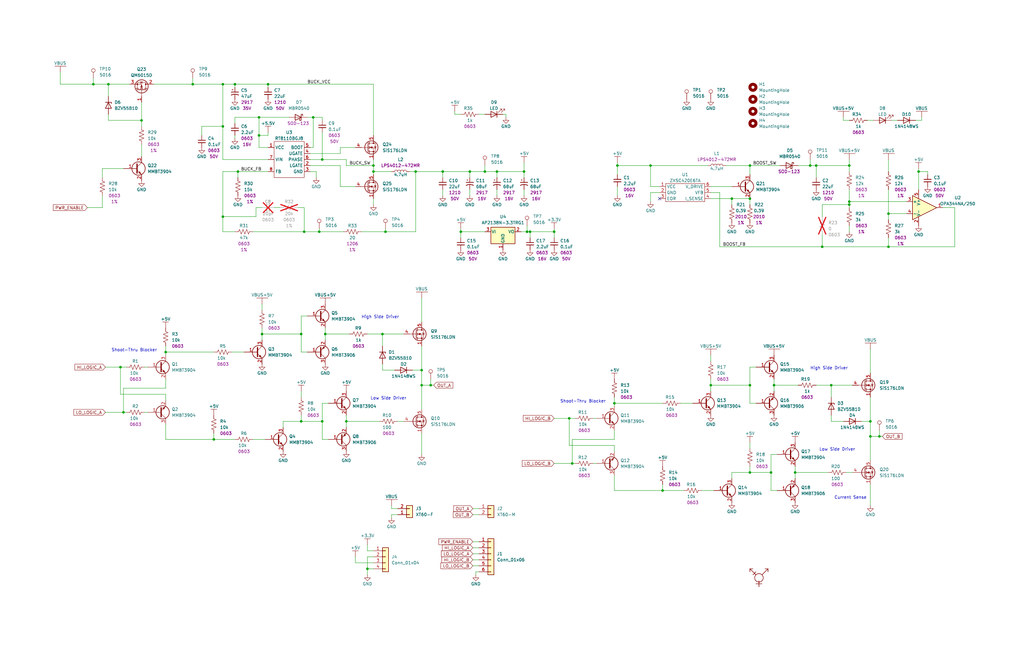
<source format=kicad_sch>
(kicad_sch (version 20230121) (generator eeschema)
  (paper "B")
  (lib_symbols
    (symbol "1Jarrett_Symbol_Library:+5.5V" (power) (pin_names (offset 0))
      (property "Value" "+5.5V" (at 0 3.81 0))
      (symbol "+5.5V_1_1"
        (pin power_in line (at 0 0 90) (length 0) hide (name "+5.5V") (number "1"))
      )
    )
    (symbol "1Jarrett_Symbol_Library:RT8110BGJ8"
      (property "Reference" "U" (at 0 0 0))
      (property "Value" "RT8110BGJ8" (at 0 0 0))
      (symbol "RT8110BGJ8_1_1"
        (pin power_out line (at -8.89 -5.08 0) (length 2.54) (name "VCC") (number "1"))
        (pin output line (at 8.89 -12.7 180) (length 2.54) (name "LGATE") (number "2"))
        (pin power_in line (at 8.89 -15.24 180) (length 2.54) (name "GND") (number "3"))
        (pin output line (at 8.89 -7.62 180) (length 2.54) (name "UGATE") (number "4"))
        (pin power_in line (at 8.89 -5.08 180) (length 2.54) (name "BOOT") (number "5"))
        (pin input line (at 8.89 -10.16 180) (length 2.54) (name "PHASE") (number "6"))
        (pin power_in line (at -8.89 -10.16 0) (length 2.54) (name "VIN") (number "7"))
        (pin input line (at -8.89 -15.24 0) (length 2.54) (name "FB") (number "8"))
      )
    )
    (symbol "1Jarrett_Symbol_Library:VBUS" (power) (pin_names (offset 0))
      (property "Value" "VBUS" (at 0 3.81 0))
      (symbol "VBUS_1_1"
        (pin power_in line (at 0 0 90) (length 0) hide (name "VBUS") (number "1"))
      )
    )
    (symbol "1Jarrett_Symbol_Library:VBUS+5V" (power) (pin_names (offset 0))
      (property "Value" "VBUS+5V" (at 0 3.81 0))
      (symbol "VBUS+5V_1_1"
        (pin power_in line (at 0 0 90) (length 0) hide (name "VBUS+5V") (number "1"))
      )
    )
    (symbol "1Jarrett_Symbol_Library:ZXSC420E6TA"
      (property "Reference" "U" (at 0 2.54 0))
      (property "Value" "ZXSC420E6TA" (at 0 0 0))
      (symbol "ZXSC420E6TA_1_1"
        (pin power_in line (at -10.16 -2.54 0) (length 2.54) (name "VCC") (number "1"))
        (pin power_in line (at -10.16 -5.08 0) (length 2.54) (name "GND") (number "2"))
        (pin output line (at -10.16 -7.62 0) (length 2.54) (name "EOR") (number "3"))
        (pin input line (at 11.43 -7.62 180) (length 2.54) (name "I_SENSE") (number "4"))
        (pin input line (at 11.43 -5.08 180) (length 2.54) (name "VFB") (number "5"))
        (pin output line (at 11.43 -2.54 180) (length 2.54) (name "V_DRIVE") (number "6"))
      )
    )
    (symbol "Amplifier_Operational:OPA197xDBV" (pin_names (offset 0.127))
      (property "Reference" "U" (at -1.27 6.35 0))
      (property "Value" "OPA197xDBV" (at -1.27 3.81 0))
      (symbol "OPA197xDBV_0_1"
        (pin power_in line (at -2.54 -7.62 90) (length 3.81) (name "V-") (number "2"))
        (pin power_in line (at -2.54 7.62 270) (length 3.81) (name "V+") (number "5"))
      )
      (symbol "OPA197xDBV_1_1"
        (pin output line (at 7.62 0 180) (length 2.54) (name "~") (number "1"))
        (pin input line (at -7.62 2.54 0) (length 2.54) (name "+") (number "3"))
        (pin input line (at -7.62 -2.54 0) (length 2.54) (name "-") (number "4"))
      )
    )
    (symbol "Connector:TestPoint" (pin_numbers hide) (pin_names (offset 0.762) hide)
      (property "Reference" "TP" (at 0 6.858 0))
      (property "Value" "TestPoint" (at 0 5.08 0))
      (symbol "TestPoint_1_1"
        (pin passive line (at 0 0 90) (length 2.54) (name "1") (number "1"))
      )
    )
    (symbol "Connector_Generic:Conn_01x02" (pin_names (offset 1.016) hide)
      (property "Reference" "J" (at 0 2.54 0))
      (property "Value" "Conn_01x02" (at 0 -5.08 0))
      (symbol "Conn_01x02_1_1"
        (pin passive line (at -5.08 0 0) (length 3.81) (name "Pin_1") (number "1"))
        (pin passive line (at -5.08 -2.54 0) (length 3.81) (name "Pin_2") (number "2"))
      )
    )
    (symbol "Connector_Generic:Conn_01x04" (pin_names (offset 1.016) hide)
      (property "Reference" "J" (at 0 5.08 0))
      (property "Value" "Conn_01x04" (at 0 -7.62 0))
      (symbol "Conn_01x04_1_1"
        (pin passive line (at -5.08 2.54 0) (length 3.81) (name "Pin_1") (number "1"))
        (pin passive line (at -5.08 0 0) (length 3.81) (name "Pin_2") (number "2"))
        (pin passive line (at -5.08 -2.54 0) (length 3.81) (name "Pin_3") (number "3"))
        (pin passive line (at -5.08 -5.08 0) (length 3.81) (name "Pin_4") (number "4"))
      )
    )
    (symbol "Connector_Generic:Conn_01x06" (pin_names (offset 1.016) hide)
      (property "Reference" "J" (at 0 7.62 0))
      (property "Value" "Conn_01x06" (at 0 -10.16 0))
      (symbol "Conn_01x06_1_1"
        (pin passive line (at -5.08 5.08 0) (length 3.81) (name "Pin_1") (number "1"))
        (pin passive line (at -5.08 2.54 0) (length 3.81) (name "Pin_2") (number "2"))
        (pin passive line (at -5.08 0 0) (length 3.81) (name "Pin_3") (number "3"))
        (pin passive line (at -5.08 -2.54 0) (length 3.81) (name "Pin_4") (number "4"))
        (pin passive line (at -5.08 -5.08 0) (length 3.81) (name "Pin_5") (number "5"))
        (pin passive line (at -5.08 -7.62 0) (length 3.81) (name "Pin_6") (number "6"))
      )
    )
    (symbol "Device:C_Polarized_Small_US" (pin_numbers hide) (pin_names (offset 0.254) hide)
      (property "Reference" "C" (at 0.254 1.778 0))
      (property "Value" "C_Polarized_Small_US" (at 0.254 -2.032 0))
      (symbol "C_Polarized_Small_US_1_1"
        (pin passive line (at 0 2.54 270) (length 2.032) (name "~") (number "1"))
        (pin passive line (at 0 -2.54 90) (length 2.032) (name "~") (number "2"))
      )
    )
    (symbol "Device:C_Small" (pin_numbers hide) (pin_names (offset 0.254) hide)
      (property "Reference" "C" (at 0.254 1.778 0))
      (property "Value" "C_Small" (at 0.254 -2.032 0))
      (symbol "C_Small_1_1"
        (pin passive line (at 0 2.54 270) (length 2.032) (name "~") (number "1"))
        (pin passive line (at 0 -2.54 90) (length 2.032) (name "~") (number "2"))
      )
    )
    (symbol "Device:L" (pin_numbers hide) (pin_names (offset 1.016) hide)
      (property "Reference" "L" (at -1.27 0 90))
      (property "Value" "L" (at 1.905 0 90))
      (symbol "L_1_1"
        (pin passive line (at 0 3.81 270) (length 1.27) (name "1") (number "1"))
        (pin passive line (at 0 -3.81 90) (length 1.27) (name "2") (number "2"))
      )
    )
    (symbol "Device:LED" (pin_numbers hide) (pin_names (offset 1.016) hide)
      (property "Reference" "D" (at 0 2.54 0))
      (property "Value" "LED" (at 0 -2.54 0))
      (symbol "LED_1_1"
        (pin passive line (at -3.81 0 0) (length 2.54) (name "K") (number "1"))
        (pin passive line (at 3.81 0 180) (length 2.54) (name "A") (number "2"))
      )
    )
    (symbol "Device:R_US" (pin_numbers hide) (pin_names (offset 0))
      (property "Reference" "R" (at 2.54 0 90))
      (property "Value" "R_US" (at -2.54 0 90))
      (symbol "R_US_1_1"
        (pin passive line (at 0 3.81 270) (length 1.27) (name "~") (number "1"))
        (pin passive line (at 0 -3.81 90) (length 1.27) (name "~") (number "2"))
      )
    )
    (symbol "Diode:1N4148WS" (pin_numbers hide) (pin_names hide)
      (property "Reference" "D" (at 0 2.54 0))
      (property "Value" "1N4148WS" (at 0 -2.54 0))
      (symbol "1N4148WS_1_1"
        (pin passive line (at -3.81 0 0) (length 2.54) (name "K") (number "1"))
        (pin passive line (at 3.81 0 180) (length 2.54) (name "A") (number "2"))
      )
    )
    (symbol "Diode:BZV55B10" (pin_numbers hide) (pin_names hide)
      (property "Reference" "D" (at 0 2.54 0))
      (property "Value" "BZV55B10" (at 0 -2.54 0))
      (symbol "BZV55B10_1_1"
        (pin passive line (at -3.81 0 0) (length 2.54) (name "K") (number "1"))
        (pin passive line (at 3.81 0 180) (length 2.54) (name "A") (number "2"))
      )
    )
    (symbol "Diode:MBR0540" (pin_numbers hide) (pin_names (offset 1.016) hide)
      (property "Reference" "D" (at 0 2.54 0))
      (property "Value" "MBR0540" (at 0 -2.54 0))
      (symbol "MBR0540_1_1"
        (pin passive line (at -3.81 0 0) (length 2.54) (name "K") (number "1"))
        (pin passive line (at 3.81 0 180) (length 2.54) (name "A") (number "2"))
      )
    )
    (symbol "Jannett_Symbol_Library:+3.3V" (power) (pin_names (offset 0))
      (property "Value" "+3.3V" (at 0 3.81 0))
      (symbol "+3.3V_1_1"
        (pin power_in line (at 0 0 90) (length 0) hide (name "+3.3V") (number "1"))
      )
    )
    (symbol "Jannett_Symbol_Library:+5V" (power) (pin_names (offset 0))
      (property "Value" "+5V" (at 0 3.81 0))
      (symbol "+5V_1_1"
        (pin power_in line (at 0 0 90) (length 0) hide (name "+5V") (number "1"))
      )
    )
    (symbol "Jannett_Symbol_Library:Trans_Symbol")
    (symbol "Mechanical:MountingHole" (pin_names (offset 1.016))
      (property "Reference" "H" (at 0 5.08 0))
      (property "Value" "MountingHole" (at 0 3.175 0))
    )
    (symbol "Regulator_Linear:AP2127N3-1.5" (pin_names (offset 0.254))
      (property "Reference" "U" (at -3.81 3.175 0))
      (property "Value" "AP2127N3-1.5" (at 0 3.175 0))
      (symbol "AP2127N3-1.5_1_1"
        (pin power_in line (at 0 -7.62 90) (length 2.54) (name "GND") (number "1"))
        (pin power_out line (at 7.62 0 180) (length 2.54) (name "VO") (number "2"))
        (pin power_in line (at -7.62 0 0) (length 2.54) (name "VI") (number "3"))
      )
    )
    (symbol "Transistor_BJT:MMBT3904" (pin_names (offset 0) hide)
      (property "Reference" "Q" (at 5.08 1.905 0))
      (property "Value" "MMBT3904" (at 5.08 0 0))
      (symbol "MMBT3904_1_1"
        (pin input line (at -5.08 0 0) (length 5.715) (name "B") (number "1"))
        (pin passive line (at 2.54 -5.08 90) (length 2.54) (name "E") (number "2"))
        (pin passive line (at 2.54 5.08 270) (length 2.54) (name "C") (number "3"))
      )
    )
    (symbol "Transistor_BJT:MMBT3906" (pin_names (offset 0) hide)
      (property "Reference" "Q" (at 5.08 1.905 0))
      (property "Value" "MMBT3906" (at 5.08 0 0))
      (symbol "MMBT3906_1_1"
        (pin input line (at -5.08 0 0) (length 5.715) (name "B") (number "1"))
        (pin passive line (at 2.54 -5.08 90) (length 2.54) (name "E") (number "2"))
        (pin passive line (at 2.54 5.08 270) (length 2.54) (name "C") (number "3"))
      )
    )
    (symbol "Transistor_FET:QM6015D" (pin_names hide)
      (property "Reference" "Q" (at 5.08 1.905 0))
      (property "Value" "QM6015D" (at 5.08 0 0))
      (symbol "QM6015D_1_1"
        (pin passive line (at -5.08 0 0) (length 2.54) (name "G") (number "1"))
        (pin passive line (at 2.54 5.08 270) (length 2.54) (name "D") (number "2"))
        (pin passive line (at 2.54 -5.08 90) (length 2.54) (name "S") (number "3"))
      )
    )
    (symbol "Transistor_FET:SiS454DN" (pin_names hide)
      (property "Reference" "Q" (at 5.08 1.905 0))
      (property "Value" "SiS454DN" (at 5.08 0 0))
      (symbol "SiS454DN_1_1"
        (pin passive line (at 2.54 -5.08 90) (length 2.54) (name "S") (number "1"))
        (pin passive line (at 2.54 -5.08 90) (length 2.54) hide (name "S") (number "2"))
        (pin passive line (at 2.54 -5.08 90) (length 2.54) hide (name "S") (number "3"))
        (pin input line (at -5.08 0 0) (length 2.54) (name "G") (number "4"))
        (pin passive line (at 2.54 5.08 270) (length 2.54) (name "D") (number "5"))
      )
    )
    (symbol "power:GND" (power) (pin_names (offset 0))
      (property "Value" "GND" (at 0 -3.81 0))
      (symbol "GND_1_1"
        (pin power_in line (at 0 0 270) (length 0) hide (name "GND") (number "1"))
      )
    )
  )
  (junction (at 308.61 83.82))
  (junction (at 220.98 72.39))
  (junction (at 177.8 156.21))
  (junction (at 137.16 140.97))
  (junction (at 344.17 69.85))
  (junction (at 374.65 90.17))
  (junction (at 341.63 69.85))
  (junction (at 146.05 177.8))
  (junction (at 209.55 72.39))
  (junction (at 127 140.97))
  (junction (at 128.27 97.79))
  (junction (at 374.65 104.14))
  (junction (at 59.69 50.8))
  (junction (at 240.03 176.53))
  (junction (at 358.14 85.09))
  (junction (at 161.29 140.97))
  (junction (at 274.32 69.85))
  (junction (at 93.98 35.56))
  (junction (at 177.8 162.56))
  (junction (at 326.39 162.56))
  (junction (at 299.72 162.56))
  (junction (at 233.68 97.79))
  (junction (at 222.25 97.79))
  (junction (at 135.89 67.31))
  (junction (at 370.84 184.15))
  (junction (at 325.12 199.39))
  (junction (at 127 177.8))
  (junction (at 69.85 148.59))
  (junction (at 50.8 154.94))
  (junction (at 198.12 72.39))
  (junction (at 157.48 69.85))
  (junction (at 194.31 97.79))
  (junction (at 387.35 72.39))
  (junction (at 52.07 173.99))
  (junction (at 100.33 72.39))
  (junction (at 109.22 49.53))
  (junction (at 367.03 177.8))
  (junction (at 316.23 83.82))
  (junction (at 316.23 199.39))
  (junction (at 109.22 57.15))
  (junction (at 132.08 49.53))
  (junction (at 204.47 72.39))
  (junction (at 260.35 69.85))
  (junction (at 259.08 170.18))
  (junction (at 135.89 177.8))
  (junction (at 93.98 53.34))
  (junction (at 110.49 140.97))
  (junction (at 113.03 35.56))
  (junction (at 93.98 91.44))
  (junction (at 358.14 86.36))
  (junction (at 350.52 162.56))
  (junction (at 241.3 195.58))
  (junction (at 279.4 207.01))
  (junction (at 99.06 35.56))
  (junction (at 316.23 162.56))
  (junction (at 181.61 162.56))
  (junction (at 186.69 72.39))
  (junction (at 39.37 35.56))
  (junction (at 45.72 35.56))
  (junction (at 175.26 72.39))
  (junction (at 157.48 72.39))
  (junction (at 335.28 199.39))
  (junction (at 316.23 69.85))
  (junction (at 154.94 240.03))
  (junction (at 134.62 97.79))
  (junction (at 162.56 97.79))
  (junction (at 81.28 35.56))
  (junction (at 358.14 69.85))
  (junction (at 346.71 104.14))
  (junction (at 223.52 97.79))
  (junction (at 367.03 184.15))
  (junction (at 90.17 185.42))
  (no_connect (at 278.13 83.82))
  (wire (pts (xy 346.71 91.44) (xy 346.71 86.36)))
  (wire (pts (xy 358.14 80.01) (xy 358.14 85.09)))
  (wire (pts (xy 25.4 35.56) (xy 39.37 35.56)))
  (wire (pts (xy 199.39 233.68) (xy 201.93 233.68)))
  (wire (pts (xy 194.31 96.52) (xy 194.31 97.79)))
  (wire (pts (xy 350.52 177.8) (xy 355.6 177.8)))
  (wire (pts (xy 350.52 162.56) (xy 359.41 162.56)))
  (wire (pts (xy 128.27 97.79) (xy 106.68 97.79)))
  (wire (pts (xy 69.85 160.02) (xy 69.85 163.83)))
  (wire (pts (xy 233.68 195.58) (xy 241.3 195.58)))
  (wire (pts (xy 336.55 69.85) (xy 341.63 69.85)))
  (wire (pts (xy 50.8 154.94) (xy 53.34 154.94)))
  (wire (pts (xy 154.94 140.97) (xy 161.29 140.97)))
  (wire (pts (xy 198.12 72.39) (xy 204.47 72.39)))
  (wire (pts (xy 165.1 217.17) (xy 165.1 218.44)))
  (wire (pts (xy 93.98 53.34) (xy 93.98 67.31)))
  (wire (pts (xy 99.06 52.07) (xy 99.06 49.53)))
  (wire (pts (xy 325.12 199.39) (xy 325.12 207.01)))
  (wire (pts (xy 316.23 83.82) (xy 316.23 86.36)))
  (wire (pts (xy 97.79 148.59) (xy 102.87 148.59)))
  (wire (pts (xy 161.29 156.21) (xy 166.37 156.21)))
  (wire (pts (xy 143.51 78.74) (xy 143.51 69.85)))
  (wire (pts (xy 222.25 97.79) (xy 223.52 97.79)))
  (wire (pts (xy 135.89 55.88) (xy 135.89 67.31)))
  (wire (pts (xy 308.61 199.39) (xy 308.61 201.93)))
  (wire (pts (xy 279.4 170.18) (xy 259.08 170.18)))
  (wire (pts (xy 240.03 187.96) (xy 240.03 176.53)))
  (wire (pts (xy 250.19 176.53) (xy 251.46 176.53)))
  (wire (pts (xy 186.69 72.39) (xy 186.69 74.93)))
  (wire (pts (xy 259.08 170.18) (xy 259.08 167.64)))
  (wire (pts (xy 308.61 83.82) (xy 308.61 86.36)))
  (wire (pts (xy 259.08 207.01) (xy 279.4 207.01)))
  (wire (pts (xy 162.56 97.79) (xy 175.26 97.79)))
  (wire (pts (xy 260.35 68.58) (xy 260.35 69.85)))
  (wire (pts (xy 391.16 72.39) (xy 387.35 72.39)))
  (wire (pts (xy 274.32 78.74) (xy 278.13 78.74)))
  (wire (pts (xy 175.26 72.39) (xy 186.69 72.39)))
  (wire (pts (xy 93.98 35.56) (xy 99.06 35.56)))
  (wire (pts (xy 306.07 69.85) (xy 316.23 69.85)))
  (wire (pts (xy 299.72 149.86) (xy 299.72 152.4)))
  (wire (pts (xy 132.08 49.53) (xy 135.89 49.53)))
  (wire (pts (xy 295.91 207.01) (xy 300.99 207.01)))
  (wire (pts (xy 177.8 182.88) (xy 177.8 191.77)))
  (wire (pts (xy 374.65 100.33) (xy 374.65 104.14)))
  (wire (pts (xy 358.14 67.31) (xy 358.14 69.85)))
  (wire (pts (xy 162.56 96.52) (xy 162.56 97.79)))
  (wire (pts (xy 367.03 177.8) (xy 367.03 167.64)))
  (wire (pts (xy 115.57 87.63) (xy 118.11 87.63)))
  (wire (pts (xy 134.62 96.52) (xy 134.62 97.79)))
  (wire (pts (xy 209.55 80.01) (xy 209.55 82.55)))
  (wire (pts (xy 127 140.97) (xy 127 148.59)))
  (wire (pts (xy 146.05 177.8) (xy 146.05 180.34)))
  (wire (pts (xy 154.94 240.03) (xy 157.48 240.03)))
  (wire (pts (xy 358.14 50.8) (xy 355.6 50.8)))
  (wire (pts (xy 259.08 187.96) (xy 240.03 187.96)))
  (wire (pts (xy 161.29 140.97) (xy 161.29 146.05)))
  (wire (pts (xy 135.89 170.18) (xy 135.89 177.8)))
  (wire (pts (xy 241.3 185.42) (xy 241.3 195.58)))
  (wire (pts (xy 341.63 67.31) (xy 341.63 69.85)))
  (wire (pts (xy 374.65 67.31) (xy 374.65 72.39)))
  (wire (pts (xy 93.98 91.44) (xy 107.95 91.44)))
  (wire (pts (xy 90.17 148.59) (xy 69.85 148.59)))
  (wire (pts (xy 387.35 72.39) (xy 387.35 80.01)))
  (wire (pts (xy 69.85 163.83) (xy 52.07 163.83)))
  (wire (pts (xy 175.26 72.39) (xy 175.26 97.79)))
  (wire (pts (xy 137.16 140.97) (xy 137.16 143.51)))
  (wire (pts (xy 43.18 82.55) (xy 43.18 87.63)))
  (wire (pts (xy 119.38 177.8) (xy 119.38 180.34)))
  (wire (pts (xy 260.35 69.85) (xy 260.35 73.66)))
  (wire (pts (xy 165.1 213.36) (xy 165.1 214.63)))
  (wire (pts (xy 135.89 177.8) (xy 135.89 185.42)))
  (wire (pts (xy 222.25 95.25) (xy 222.25 97.79)))
  (wire (pts (xy 299.72 162.56) (xy 316.23 162.56)))
  (wire (pts (xy 374.65 104.14) (xy 402.59 104.14)))
  (wire (pts (xy 374.65 92.71) (xy 374.65 90.17)))
  (wire (pts (xy 93.98 72.39) (xy 93.98 91.44)))
  (wire (pts (xy 367.03 177.8) (xy 367.03 184.15)))
  (wire (pts (xy 99.06 35.56) (xy 99.06 36.83)))
  (wire (pts (xy 177.8 125.73) (xy 177.8 135.89)))
  (wire (pts (xy 130.81 64.77) (xy 143.51 64.77)))
  (wire (pts (xy 100.33 72.39) (xy 113.03 72.39)))
  (wire (pts (xy 181.61 160.02) (xy 181.61 162.56)))
  (wire (pts (xy 137.16 140.97) (xy 147.32 140.97)))
  (wire (pts (xy 69.85 148.59) (xy 69.85 149.86)))
  (wire (pts (xy 93.98 72.39) (xy 100.33 72.39)))
  (wire (pts (xy 213.36 48.26) (xy 213.36 49.53)))
  (wire (pts (xy 45.72 35.56) (xy 54.61 35.56)))
  (wire (pts (xy 233.68 97.79) (xy 233.68 100.33)))
  (wire (pts (xy 278.13 81.28) (xy 274.32 81.28)))
  (wire (pts (xy 233.68 96.52) (xy 233.68 97.79)))
  (wire (pts (xy 199.39 231.14) (xy 201.93 231.14)))
  (wire (pts (xy 199.39 236.22) (xy 201.93 236.22)))
  (wire (pts (xy 143.51 78.74) (xy 149.86 78.74)))
  (wire (pts (xy 93.98 91.44) (xy 93.98 97.79)))
  (wire (pts (xy 125.73 87.63) (xy 128.27 87.63)))
  (wire (pts (xy 350.52 175.26) (xy 350.52 177.8)))
  (wire (pts (xy 110.49 138.43) (xy 110.49 140.97)))
  (wire (pts (xy 99.06 97.79) (xy 93.98 97.79)))
  (wire (pts (xy 132.08 62.23) (xy 132.08 49.53)))
  (wire (pts (xy 259.08 207.01) (xy 259.08 200.66)))
  (wire (pts (xy 45.72 35.56) (xy 45.72 40.64)))
  (wire (pts (xy 44.45 154.94) (xy 50.8 154.94)))
  (wire (pts (xy 135.89 49.53) (xy 135.89 50.8)))
  (wire (pts (xy 146.05 69.85) (xy 146.05 67.31)))
  (wire (pts (xy 129.54 49.53) (xy 132.08 49.53)))
  (wire (pts (xy 43.18 71.12) (xy 52.07 71.12)))
  (wire (pts (xy 358.14 85.09) (xy 358.14 86.36)))
  (wire (pts (xy 220.98 72.39) (xy 220.98 74.93)))
  (wire (pts (xy 167.64 177.8) (xy 170.18 177.8)))
  (wire (pts (xy 240.03 176.53) (xy 242.57 176.53)))
  (wire (pts (xy 69.85 168.91) (xy 69.85 166.37)))
  (wire (pts (xy 59.69 50.8) (xy 59.69 53.34)))
  (wire (pts (xy 220.98 80.01) (xy 220.98 82.55)))
  (wire (pts (xy 287.02 170.18) (xy 292.1 170.18)))
  (wire (pts (xy 316.23 170.18) (xy 318.77 170.18)))
  (wire (pts (xy 133.35 72.39) (xy 133.35 74.93)))
  (wire (pts (xy 358.14 85.09) (xy 382.27 85.09)))
  (wire (pts (xy 177.8 162.56) (xy 177.8 172.72)))
  (wire (pts (xy 60.96 173.99) (xy 62.23 173.99)))
  (wire (pts (xy 363.22 177.8) (xy 367.03 177.8)))
  (wire (pts (xy 194.31 97.79) (xy 194.31 100.33)))
  (wire (pts (xy 186.69 80.01) (xy 186.69 82.55)))
  (wire (pts (xy 335.28 196.85) (xy 335.28 199.39)))
  (wire (pts (xy 199.39 217.17) (xy 201.93 217.17)))
  (wire (pts (xy 127 148.59) (xy 129.54 148.59)))
  (wire (pts (xy 177.8 156.21) (xy 177.8 146.05)))
  (wire (pts (xy 143.51 64.77) (xy 143.51 62.23)))
  (wire (pts (xy 99.06 58.42) (xy 99.06 57.15)))
  (wire (pts (xy 157.48 86.36) (xy 157.48 83.82)))
  (wire (pts (xy 64.77 35.56) (xy 81.28 35.56)))
  (wire (pts (xy 250.19 195.58) (xy 251.46 195.58)))
  (wire (pts (xy 358.14 69.85) (xy 358.14 72.39)))
  (wire (pts (xy 299.72 160.02) (xy 299.72 162.56)))
  (wire (pts (xy 198.12 72.39) (xy 198.12 74.93)))
  (wire (pts (xy 81.28 33.02) (xy 81.28 35.56)))
  (wire (pts (xy 209.55 72.39) (xy 220.98 72.39)))
  (wire (pts (xy 149.86 237.49) (xy 157.48 237.49)))
  (wire (pts (xy 370.84 184.15) (xy 372.11 184.15)))
  (wire (pts (xy 326.39 162.56) (xy 336.55 162.56)))
  (wire (pts (xy 99.06 185.42) (xy 90.17 185.42)))
  (wire (pts (xy 167.64 217.17) (xy 165.1 217.17)))
  (wire (pts (xy 204.47 69.85) (xy 204.47 72.39)))
  (wire (pts (xy 157.48 72.39) (xy 165.1 72.39)))
  (wire (pts (xy 129.54 133.35) (xy 127 133.35)))
  (wire (pts (xy 200.66 241.3) (xy 200.66 242.57)))
  (wire (pts (xy 130.81 72.39) (xy 133.35 72.39)))
  (wire (pts (xy 146.05 175.26) (xy 146.05 177.8)))
  (wire (pts (xy 109.22 62.23) (xy 109.22 57.15)))
  (wire (pts (xy 274.32 81.28) (xy 274.32 85.09)))
  (wire (pts (xy 90.17 182.88) (xy 90.17 185.42)))
  (wire (pts (xy 326.39 162.56) (xy 326.39 165.1)))
  (wire (pts (xy 52.07 173.99) (xy 53.34 173.99)))
  (wire (pts (xy 81.28 35.56) (xy 93.98 35.56)))
  (wire (pts (xy 127 177.8) (xy 135.89 177.8)))
  (wire (pts (xy 85.09 57.15) (xy 85.09 53.34)))
  (wire (pts (xy 106.68 185.42) (xy 111.76 185.42)))
  (wire (pts (xy 358.14 86.36) (xy 358.14 87.63)))
  (wire (pts (xy 109.22 57.15) (xy 109.22 49.53)))
  (wire (pts (xy 299.72 81.28) (xy 303.53 81.28)))
  (wire (pts (xy 367.03 147.32) (xy 367.03 157.48)))
  (wire (pts (xy 204.47 48.26) (xy 201.93 48.26)))
  (wire (pts (xy 69.85 185.42) (xy 69.85 179.07)))
  (wire (pts (xy 316.23 69.85) (xy 328.93 69.85)))
  (wire (pts (xy 260.35 78.74) (xy 260.35 82.55)))
  (wire (pts (xy 299.72 162.56) (xy 299.72 165.1)))
  (wire (pts (xy 110.49 140.97) (xy 127 140.97)))
  (wire (pts (xy 109.22 49.53) (xy 121.92 49.53)))
  (wire (pts (xy 69.85 148.59) (xy 69.85 146.05)))
  (wire (pts (xy 260.35 69.85) (xy 274.32 69.85)))
  (wire (pts (xy 59.69 60.96) (xy 59.69 66.04)))
  (wire (pts (xy 135.89 185.42) (xy 138.43 185.42)))
  (wire (pts (xy 402.59 87.63) (xy 402.59 104.14)))
  (wire (pts (xy 43.18 74.93) (xy 43.18 71.12)))
  (wire (pts (xy 157.48 234.95) (xy 154.94 234.95)))
  (wire (pts (xy 308.61 78.74) (xy 299.72 78.74)))
  (wire (pts (xy 177.8 156.21) (xy 177.8 162.56)))
  (wire (pts (xy 143.51 62.23) (xy 149.86 62.23)))
  (wire (pts (xy 127 165.1) (xy 127 167.64)))
  (wire (pts (xy 344.17 69.85) (xy 358.14 69.85)))
  (wire (pts (xy 113.03 35.56) (xy 157.48 35.56)))
  (wire (pts (xy 69.85 185.42) (xy 90.17 185.42)))
  (wire (pts (xy 344.17 162.56) (xy 350.52 162.56)))
  (wire (pts (xy 194.31 97.79) (xy 204.47 97.79)))
  (wire (pts (xy 387.35 71.12) (xy 387.35 72.39)))
  (wire (pts (xy 316.23 162.56) (xy 316.23 170.18)))
  (wire (pts (xy 161.29 153.67) (xy 161.29 156.21)))
  (wire (pts (xy 113.03 55.88) (xy 113.03 57.15)))
  (wire (pts (xy 52.07 163.83) (xy 52.07 173.99)))
  (wire (pts (xy 99.06 35.56) (xy 113.03 35.56)))
  (wire (pts (xy 173.99 156.21) (xy 177.8 156.21)))
  (wire (pts (xy 143.51 69.85) (xy 130.81 69.85)))
  (wire (pts (xy 299.72 83.82) (xy 308.61 83.82)))
  (wire (pts (xy 316.23 69.85) (xy 316.23 73.66)))
  (wire (pts (xy 346.71 104.14) (xy 346.71 99.06)))
  (wire (pts (xy 199.39 228.6) (xy 201.93 228.6)))
  (wire (pts (xy 335.28 199.39) (xy 335.28 201.93)))
  (wire (pts (xy 113.03 35.56) (xy 113.03 36.83)))
  (wire (pts (xy 93.98 35.56) (xy 93.98 53.34)))
  (wire (pts (xy 370.84 181.61) (xy 370.84 184.15)))
  (wire (pts (xy 198.12 80.01) (xy 198.12 82.55)))
  (wire (pts (xy 259.08 185.42) (xy 241.3 185.42)))
  (wire (pts (xy 375.92 50.8) (xy 378.46 50.8)))
  (wire (pts (xy 335.28 199.39) (xy 349.25 199.39)))
  (wire (pts (xy 233.68 176.53) (xy 240.03 176.53)))
  (wire (pts (xy 128.27 87.63) (xy 128.27 97.79)))
  (wire (pts (xy 316.23 199.39) (xy 308.61 199.39)))
  (wire (pts (xy 45.72 50.8) (xy 59.69 50.8)))
  (wire (pts (xy 50.8 166.37) (xy 50.8 154.94)))
  (wire (pts (xy 368.3 50.8) (xy 365.76 50.8)))
  (wire (pts (xy 127 175.26) (xy 127 177.8)))
  (wire (pts (xy 110.49 128.27) (xy 110.49 130.81)))
  (wire (pts (xy 279.4 204.47) (xy 279.4 207.01)))
  (wire (pts (xy 355.6 50.8) (xy 355.6 49.53)))
  (wire (pts (xy 113.03 62.23) (xy 109.22 62.23)))
  (wire (pts (xy 157.48 73.66) (xy 157.48 72.39)))
  (wire (pts (xy 374.65 80.01) (xy 374.65 90.17)))
  (wire (pts (xy 350.52 162.56) (xy 350.52 167.64)))
  (wire (pts (xy 138.43 170.18) (xy 135.89 170.18)))
  (wire (pts (xy 191.77 46.99) (xy 191.77 48.26)))
  (wire (pts (xy 113.03 57.15) (xy 109.22 57.15)))
  (wire (pts (xy 318.77 154.94) (xy 316.23 154.94)))
  (wire (pts (xy 374.65 90.17) (xy 382.27 90.17)))
  (wire (pts (xy 367.03 204.47) (xy 367.03 213.36)))
  (wire (pts (xy 316.23 196.85) (xy 316.23 199.39)))
  (wire (pts (xy 157.48 232.41) (xy 154.94 232.41)))
  (wire (pts (xy 316.23 186.69) (xy 316.23 189.23)))
  (wire (pts (xy 386.08 50.8) (xy 388.62 50.8)))
  (wire (pts (xy 154.94 232.41) (xy 154.94 229.87)))
  (wire (pts (xy 325.12 191.77) (xy 325.12 199.39)))
  (wire (pts (xy 316.23 199.39) (xy 325.12 199.39)))
  (wire (pts (xy 223.52 97.79) (xy 223.52 100.33)))
  (wire (pts (xy 172.72 72.39) (xy 175.26 72.39)))
  (wire (pts (xy 388.62 50.8) (xy 388.62 49.53)))
  (wire (pts (xy 39.37 35.56) (xy 45.72 35.56)))
  (wire (pts (xy 69.85 166.37) (xy 50.8 166.37)))
  (wire (pts (xy 157.48 57.15) (xy 157.48 35.56)))
  (wire (pts (xy 223.52 97.79) (xy 233.68 97.79)))
  (wire (pts (xy 212.09 48.26) (xy 213.36 48.26)))
  (wire (pts (xy 107.95 87.63) (xy 110.49 87.63)))
  (wire (pts (xy 259.08 190.5) (xy 259.08 187.96)))
  (wire (pts (xy 45.72 48.26) (xy 45.72 50.8)))
  (wire (pts (xy 99.06 49.53) (xy 109.22 49.53)))
  (wire (pts (xy 110.49 140.97) (xy 110.49 143.51)))
  (wire (pts (xy 259.08 181.61) (xy 259.08 185.42)))
  (wire (pts (xy 154.94 240.03) (xy 154.94 242.57)))
  (wire (pts (xy 367.03 184.15) (xy 370.84 184.15)))
  (wire (pts (xy 100.33 72.39) (xy 100.33 74.93)))
  (wire (pts (xy 181.61 162.56) (xy 182.88 162.56)))
  (wire (pts (xy 44.45 173.99) (xy 52.07 173.99)))
  (wire (pts (xy 274.32 69.85) (xy 274.32 78.74)))
  (wire (pts (xy 157.48 67.31) (xy 157.48 69.85)))
  (wire (pts (xy 39.37 33.02) (xy 39.37 35.56)))
  (wire (pts (xy 194.31 48.26) (xy 191.77 48.26)))
  (wire (pts (xy 303.53 104.14) (xy 346.71 104.14)))
  (wire (pts (xy 146.05 67.31) (xy 135.89 67.31)))
  (wire (pts (xy 204.47 72.39) (xy 209.55 72.39)))
  (wire (pts (xy 219.71 97.79) (xy 222.25 97.79)))
  (wire (pts (xy 107.95 91.44) (xy 107.95 87.63)))
  (wire (pts (xy 303.53 81.28) (xy 303.53 104.14)))
  (wire (pts (xy 209.55 72.39) (xy 209.55 74.93)))
  (wire (pts (xy 161.29 140.97) (xy 170.18 140.97)))
  (wire (pts (xy 157.48 72.39) (xy 157.48 69.85)))
  (wire (pts (xy 274.32 69.85) (xy 298.45 69.85)))
  (wire (pts (xy 344.17 69.85) (xy 344.17 74.93)))
  (wire (pts (xy 367.03 184.15) (xy 367.03 194.31)))
  (wire (pts (xy 165.1 214.63) (xy 167.64 214.63)))
  (wire (pts (xy 59.69 43.18) (xy 59.69 50.8)))
  (wire (pts (xy 259.08 170.18) (xy 259.08 171.45)))
  (wire (pts (xy 220.98 68.58) (xy 220.98 72.39)))
  (wire (pts (xy 127 133.35) (xy 127 140.97)))
  (wire (pts (xy 137.16 138.43) (xy 137.16 140.97)))
  (wire (pts (xy 128.27 97.79) (xy 134.62 97.79)))
  (wire (pts (xy 327.66 191.77) (xy 325.12 191.77)))
  (wire (pts (xy 146.05 177.8) (xy 160.02 177.8)))
  (wire (pts (xy 316.23 154.94) (xy 316.23 162.56)))
  (wire (pts (xy 325.12 207.01) (xy 327.66 207.01)))
  (wire (pts (xy 113.03 67.31) (xy 93.98 67.31)))
  (wire (pts (xy 402.59 87.63) (xy 397.51 87.63)))
  (wire (pts (xy 135.89 67.31) (xy 130.81 67.31)))
  (wire (pts (xy 134.62 97.79) (xy 144.78 97.79)))
  (wire (pts (xy 199.39 214.63) (xy 201.93 214.63)))
  (wire (pts (xy 186.69 72.39) (xy 198.12 72.39)))
  (wire (pts (xy 130.81 62.23) (xy 132.08 62.23)))
  (wire (pts (xy 346.71 86.36) (xy 358.14 86.36)))
  (wire (pts (xy 36.83 87.63) (xy 43.18 87.63)))
  (wire (pts (xy 201.93 241.3) (xy 200.66 241.3)))
  (wire (pts (xy 341.63 69.85) (xy 344.17 69.85)))
  (wire (pts (xy 346.71 104.14) (xy 374.65 104.14)))
  (wire (pts (xy 356.87 199.39) (xy 359.41 199.39)))
  (wire (pts (xy 127 177.8) (xy 119.38 177.8)))
  (wire (pts (xy 149.86 234.95) (xy 149.86 237.49)))
  (wire (pts (xy 288.29 207.01) (xy 279.4 207.01)))
  (wire (pts (xy 391.16 73.66) (xy 391.16 72.39)))
  (wire (pts (xy 85.09 53.34) (xy 93.98 53.34)))
  (wire (pts (xy 358.14 95.25) (xy 358.14 97.79)))
  (wire (pts (xy 326.39 160.02) (xy 326.39 162.56)))
  (wire (pts (xy 199.39 238.76) (xy 201.93 238.76)))
  (wire (pts (xy 152.4 97.79) (xy 162.56 97.79)))
  (wire (pts (xy 146.05 69.85) (xy 157.48 69.85)))
  (wire (pts (xy 60.96 154.94) (xy 62.23 154.94)))
  (wire (pts (xy 154.94 234.95) (xy 154.94 240.03)))
  (wire (pts (xy 308.61 83.82) (xy 316.23 83.82)))
  (wire (pts (xy 241.3 195.58) (xy 242.57 195.58)))
  (wire (pts (xy 177.8 162.56) (xy 181.61 162.56)))
  (wire (pts (xy 25.4 30.48) (xy 25.4 35.56)))
  (text "High Side Driver" (at 152.4 134.62 0) (effects (font (size 1.27 1.27)) (justify left bottom)))
  (text "Low Side Driver" (at 345.44 190.5 0) (effects (font (size 1.27 1.27)) (justify left bottom)))
  (text "Current Sense" (at 351.79 210.82 0) (effects (font (size 1.27 1.27)) (justify left bottom)))
  (text "Low Side Driver" (at 156.21 168.91 0) (effects (font (size 1.27 1.27)) (justify left bottom)))
  (text "Shoot-Thru Blocker" (at 46.99 148.59 0) (effects (font (size 1.27 1.27)) (justify left bottom)))
  (text "Shoot-Thru Blocker" (at 236.22 170.18 0) (effects (font (size 1.27 1.27)) (justify left bottom)))
  (text "High Side Driver" (at 341.63 156.21 0) (effects (font (size 1.27 1.27)) (justify left bottom)))
  (label "BUCK_VCC" (at 129.54 35.56 0))
  (label "BOOST_SW" (at 317.5 69.85 0))
  (label "BOOST_FB" (at 304.8 104.14 0))
  (label "BUCK_SW" (at 147.32 69.85 0))
  (label "BUCK_FB" (at 101.6 72.39 0))
  (global_label "OUT_A" (shape input) (at 182.88 162.56 0) (property "Intersheetrefs" "${INTERSHEET_REFS}" (effects hide)))
  (global_label "OUT_B" (shape input) (at 199.39 217.17 180) (property "Intersheetrefs" "${INTERSHEET_REFS}" (effects hide)))
  (global_label "PWR_ENABLE" (shape input) (at 199.39 228.6 180) (property "Intersheetrefs" "${INTERSHEET_REFS}" (effects hide)))
  (global_label "HI_LOGIC_B" (shape input) (at 233.68 176.53 180) (property "Intersheetrefs" "${INTERSHEET_REFS}" (effects hide)))
  (global_label "LO_LOGIC_A" (shape input) (at 44.45 173.99 180) (property "Intersheetrefs" "${INTERSHEET_REFS}" (effects hide)))
  (global_label "OUT_B" (shape input) (at 372.11 184.15 0) (property "Intersheetrefs" "${INTERSHEET_REFS}" (effects hide)))
  (global_label "LO_LOGIC_B" (shape input) (at 199.39 238.76 180) (property "Intersheetrefs" "${INTERSHEET_REFS}" (effects hide)))
  (global_label "HI_LOGIC_A" (shape input) (at 44.45 154.94 180) (property "Intersheetrefs" "${INTERSHEET_REFS}" (effects hide)))
  (global_label "LO_LOGIC_B" (shape input) (at 233.68 195.58 180) (property "Intersheetrefs" "${INTERSHEET_REFS}" (effects hide)))
  (global_label "OUT_A" (shape input) (at 199.39 214.63 180) (property "Intersheetrefs" "${INTERSHEET_REFS}" (effects hide)))
  (global_label "HI_LOGIC_B" (shape input) (at 199.39 236.22 180) (property "Intersheetrefs" "${INTERSHEET_REFS}" (effects hide)))
  (global_label "PWR_ENABLE" (shape input) (at 36.83 87.63 180) (property "Intersheetrefs" "${INTERSHEET_REFS}" (effects hide)))
  (global_label "HI_LOGIC_A" (shape input) (at 199.39 231.14 180) (property "Intersheetrefs" "${INTERSHEET_REFS}" (effects hide)))
  (global_label "LO_LOGIC_A" (shape input) (at 199.39 233.68 180) (property "Intersheetrefs" "${INTERSHEET_REFS}" (effects hide)))
  (symbol (lib_id "power:GND") (at 146.05 190.5 0) (unit 1)
    (property "Reference" "#PWR010" (effects hide))
    (property "Value" "GND" (at 146.05 194.31 0))
  )
  (symbol (lib_id "Device:R_US") (at 283.21 170.18 90) (unit 1)
    (property "Reference" "R15" (at 284.48 167.64 90) (effects (justify left)))
    (property "Value" "10k" (at 284.48 172.72 90) (effects (justify left)))
    (property "Footprint" "Resistor_SMD:R_0603_1608Metric_Pad0.98x0.95mm_HandSolder" (effects hide))
    (property "Package" "0603" (at 283.21 175.26 90))
  )
  (symbol (lib_id "Regulator_Linear:AP2127N3-1.5") (at 212.09 97.79 0) (unit 1)
    (property "Reference" "U4" (at 212.09 91.44 0))
    (property "Value" "AP2138N-3.3TRG1" (at 212.09 93.98 0))
    (property "Footprint" "Package_TO_SOT_SMD:TSOT-23" (effects hide))
    (property "Datasheet" "https://www.diodes.com/assets/Datasheets/AP2127.pdf" (effects hide))
    (property "Package" "SOT-23-3" (effects hide))
    (property "Part Number" "AP2138N-3.3TRG1" (effects hide))
  )
  (symbol (lib_id "Device:C_Small") (at 186.69 77.47 0) (unit 1)
    (property "Reference" "C10" (at 189.23 76.2062 0) (effects (justify left)))
    (property "Value" "22uF" (at 189.23 78.7462 0) (effects (justify left)))
    (property "Footprint" "Capacitor_SMD:C_1210_3225Metric_Pad1.33x2.70mm_HandSolder" (effects hide))
    (property "Package" "1210" (at 191.77 81.28 0))
    (property "Voltage" "50V" (at 191.77 83.82 0))
  )
  (symbol (lib_id "Device:C_Polarized_Small_US") (at 220.98 77.47 0) (unit 1)
    (property "Reference" "C13" (at 223.52 76.2 0) (effects (justify left)))
    (property "Value" "68uF" (at 223.52 78.74 0) (effects (justify left)))
    (property "Footprint" "Capacitor_Tantalum_SMD:CP_EIA-7343-43_Kemet-X_Pad2.25x2.55mm_HandSolder" (effects hide))
    (property "Package" "2917" (at 226.06 81.28 0))
    (property "Voltage" "16V" (at 226.06 83.82 0))
    (property "Part Number" "T495D686K016ZTE150" (effects hide))
  )
  (symbol (lib_id "Mechanical:MountingHole") (at 317.5 52.07 0) (unit 1)
    (property "Reference" "H4" (at 320.04 50.8 0) (effects (justify left)))
    (property "Value" "MountingHole" (at 320.04 53.34 0) (effects (justify left)))
    (property "Footprint" "MountingHole:MountingHole_3.2mm_M3" (effects hide))
  )
  (symbol (lib_id "Transistor_BJT:MMBT3904") (at 116.84 185.42 0) (unit 1)
    (property "Reference" "Q4" (at 121.92 184.15 0) (effects (justify left)))
    (property "Value" "MMBT3904" (at 121.92 186.69 0) (effects (justify left)))
    (property "Footprint" "Package_TO_SOT_SMD:SOT-23" (effects hide))
    (property "Datasheet" "https://www.onsemi.com/pdf/datasheet/pzt3904-d.pdf" (effects hide))
    (property "Package" "SOT-23-3" (effects hide))
    (property "Part Number" "MMBT3904" (effects hide))
  )
  (symbol (lib_id "power:GND") (at 157.48 86.36 0) (unit 1)
    (property "Reference" "#PWR048" (effects hide))
    (property "Value" "GND" (at 157.48 90.17 0))
  )
  (symbol (lib_id "Jannett_Symbol_Library:+5V") (at 279.4 196.85 0) (unit 1)
    (property "Reference" "#PWR041" (effects hide))
    (property "Value" "+5V" (at 279.4 193.04 0))
  )
  (symbol (lib_id "Transistor_BJT:MMBT3906") (at 332.74 207.01 0) (mirror x) (unit 1)
    (property "Reference" "Q18" (at 337.82 205.74 0) (effects (justify left)))
    (property "Value" "MMBT3906" (at 337.82 208.28 0) (effects (justify left)))
    (property "Footprint" "Package_TO_SOT_SMD:SOT-23" (effects hide))
    (property "Datasheet" "https://www.onsemi.com/pdf/datasheet/pzt3906-d.pdf" (effects hide))
    (property "Package" "SOT-23-3" (effects hide))
    (property "Part Number" "MMBT3906" (effects hide))
  )
  (symbol (lib_id "Device:R_US") (at 299.72 156.21 0) (unit 1)
    (property "Reference" "R17" (at 302.26 154.94 0) (effects (justify left)))
    (property "Value" "10k" (at 302.26 157.48 0) (effects (justify left)))
    (property "Footprint" "Resistor_SMD:R_0603_1608Metric_Pad0.98x0.95mm_HandSolder" (effects hide))
    (property "Package" "0603" (at 304.8 160.02 0))
  )
  (symbol (lib_id "power:GND") (at 316.23 93.98 0) (unit 1)
    (property "Reference" "#PWR031" (effects hide))
    (property "Value" "GND" (at 316.23 97.79 0))
  )
  (symbol (lib_id "1Jarrett_Symbol_Library:RT8110BGJ8") (at 121.92 57.15 0) (unit 1)
    (property "Reference" "U3" (at 121.92 55.88 0))
    (property "Value" "RT8110BGJ8" (at 121.92 58.42 0))
    (property "Footprint" "Package_TO_SOT_SMD:SOT-23-8_Handsoldering" (effects hide))
    (property "Datasheet" "https://www.richtek.com/assets/product_file/RT8110B/DS8110B-02.pdf" (effects hide))
    (property "Package" "SOT-23-8" (effects hide))
    (property "Part Number" "RT8110BGJ8" (effects hide))
  )
  (symbol (lib_id "Connector:TestPoint") (at 370.84 181.61 0) (unit 1)
    (property "Reference" "TP6" (at 373.38 177.673 0) (effects (justify left)))
    (property "Value" "5016" (at 373.38 180.213 0) (effects (justify left)))
    (property "Footprint" "Jarrett_Footprint_Library:TestPoint_Keystone_5016_Compact" (effects hide))
    (property "Package" "5016" (effects hide))
    (property "Part Number" "5016" (effects hide))
  )
  (symbol (lib_id "power:GND") (at 165.1 218.44 0) (unit 1)
    (property "Reference" "#PWR065" (effects hide))
    (property "Value" "GND" (at 165.1 222.25 0))
  )
  (symbol (lib_id "power:GND") (at 99.06 41.91 0) (unit 1)
    (property "Reference" "#PWR036" (effects hide))
    (property "Value" "GND" (at 99.06 45.72 0))
  )
  (symbol (lib_id "power:GND") (at 326.39 175.26 0) (unit 1)
    (property "Reference" "#PWR020" (effects hide))
    (property "Value" "GND" (at 326.39 179.07 0))
  )
  (symbol (lib_id "Jannett_Symbol_Library:+5V") (at 149.86 234.95 0) (unit 1)
    (property "Reference" "#PWR061" (effects hide))
    (property "Value" "+5V" (at 149.86 231.14 0))
  )
  (symbol (lib_id "Device:R_US") (at 353.06 199.39 90) (unit 1)
    (property "Reference" "R20" (at 354.33 196.85 90) (effects (justify left)))
    (property "Value" "100" (at 354.33 201.93 90) (effects (justify left)))
    (property "Footprint" "Resistor_SMD:R_0603_1608Metric_Pad0.98x0.95mm_HandSolder" (effects hide))
    (property "Package" "0603" (at 353.06 204.47 90))
  )
  (symbol (lib_id "power:GND") (at 119.38 190.5 0) (unit 1)
    (property "Reference" "#PWR05" (effects hide))
    (property "Value" "GND" (at 119.38 194.31 0))
  )
  (symbol (lib_id "1Jarrett_Symbol_Library:VBUS+5V") (at 137.16 128.27 0) (unit 1)
    (property "Reference" "#PWR07" (effects hide))
    (property "Value" "VBUS+5V" (at 137.16 124.46 0))
  )
  (symbol (lib_id "Device:R_US") (at 361.95 50.8 90) (unit 1)
    (property "Reference" "R34" (at 363.22 48.26 90) (effects (justify left)))
    (property "Value" "1k" (at 363.22 53.34 90) (effects (justify left)))
    (property "Footprint" "Resistor_SMD:R_0603_1608Metric_Pad0.98x0.95mm_HandSolder" (effects hide))
    (property "Package" "0603" (at 361.95 55.88 90))
  )
  (symbol (lib_id "power:GND") (at 194.31 105.41 0) (unit 1)
    (property "Reference" "#PWR058" (effects hide))
    (property "Value" "GND" (at 194.31 109.22 0))
  )
  (symbol (lib_id "Jannett_Symbol_Library:+5V") (at 194.31 96.52 0) (unit 1)
    (property "Reference" "#PWR056" (effects hide))
    (property "Value" "+5V" (at 194.31 92.71 0))
  )
  (symbol (lib_id "Diode:1N4148WS") (at 359.41 177.8 180) (unit 1)
    (property "Reference" "D4" (at 359.41 175.26 0))
    (property "Value" "1N4148WS" (at 359.41 180.34 0))
    (property "Footprint" "Diode_SMD:D_SOD-323" (effects hide))
    (property "Datasheet" "https://www.vishay.com/docs/85751/1n4148ws.pdf" (effects hide))
    (property "Sim.Device" "D" (effects hide))
    (property "Sim.Pins" "1=K 2=A" (effects hide))
    (property "Package" "SOD-323" (effects hide))
    (property "Part Number" "1N4148WS" (effects hide))
  )
  (symbol (lib_id "Device:R_US") (at 316.23 90.17 180) (unit 1)
    (property "Reference" "R22" (at 320.04 86.36 0))
    (property "Value" "0.39" (at 320.04 88.9 0))
    (property "Footprint" "Resistor_SMD:R_2010_5025Metric" (effects hide))
    (property "Package" "2010" (at 320.04 91.44 0))
    (property "Tolerance" "1%" (at 320.04 93.98 0))
  )
  (symbol (lib_id "Connector_Generic:Conn_01x06") (at 207.01 233.68 0) (unit 1)
    (property "Reference" "J1" (at 209.55 233.68 0) (effects (justify left)))
    (property "Value" "Conn_01x06" (at 209.55 236.22 0) (effects (justify left)))
    (property "Footprint" "Connector_PinSocket_2.54mm:PinSocket_1x06_P2.54mm_Vertical" (effects hide))
  )
  (symbol (lib_id "Device:R_US") (at 102.87 97.79 90) (unit 1)
    (property "Reference" "R31" (at 102.87 95.25 90))
    (property "Value" "47k" (at 102.87 100.33 90))
    (property "Footprint" "Resistor_SMD:R_0603_1608Metric_Pad0.98x0.95mm_HandSolder" (effects hide))
    (property "Package" "0603" (at 102.87 102.87 90))
    (property "Tolerance" "1%" (at 102.87 105.41 90))
  )
  (symbol (lib_id "Connector:TestPoint") (at 341.63 67.31 0) (unit 1)
    (property "Reference" "TP11" (at 344.17 63.373 0) (effects (justify left)))
    (property "Value" "5016" (at 344.17 65.913 0) (effects (justify left)))
    (property "Footprint" "Jarrett_Footprint_Library:TestPoint_Keystone_5016_Compact" (effects hide))
    (property "Package" "5016" (effects hide))
    (property "Part Number" "5016" (effects hide))
  )
  (symbol (lib_id "Device:R_US") (at 346.71 95.25 0) (unit 1) (dnp yes)
    (property "Reference" "R23" (at 349.25 93.9799 0) (effects (justify left)))
    (property "Value" "0" (at 349.25 96.5199 0) (effects (justify left)))
    (property "Footprint" "Resistor_SMD:R_0603_1608Metric_Pad0.98x0.95mm_HandSolder" (effects hide))
    (property "Package" "0603" (at 351.79 99.06 0))
    (property "Tolerance" "5%" (effects hide))
  )
  (symbol (lib_id "Connector_Generic:Conn_01x02") (at 207.01 214.63 0) (unit 1)
    (property "Reference" "J2" (at 209.55 214.63 0) (effects (justify left)))
    (property "Value" "XT60-M" (at 209.55 217.17 0) (effects (justify left)))
    (property "Footprint" "Connector_AMASS:AMASS_XT60-M_1x02_P7.20mm_Vertical" (effects hide))
  )
  (symbol (lib_id "Transistor_BJT:MMBT3904") (at 134.62 133.35 0) (unit 1)
    (property "Reference" "Q5" (at 139.7 132.08 0) (effects (justify left)))
    (property "Value" "MMBT3904" (at 139.7 134.62 0) (effects (justify left)))
    (property "Footprint" "Package_TO_SOT_SMD:SOT-23" (effects hide))
    (property "Datasheet" "https://www.onsemi.com/pdf/datasheet/pzt3904-d.pdf" (effects hide))
    (property "Package" "SOT-23-3" (effects hide))
    (property "Part Number" "MMBT3904" (effects hide))
  )
  (symbol (lib_id "Device:R_US") (at 110.49 134.62 0) (unit 1)
    (property "Reference" "R7" (at 113.03 133.35 0) (effects (justify left)))
    (property "Value" "10k" (at 113.03 135.89 0) (effects (justify left)))
    (property "Footprint" "Resistor_SMD:R_0603_1608Metric_Pad0.98x0.95mm_HandSolder" (effects hide))
    (property "Package" "0603" (at 115.57 138.43 0))
  )
  (symbol (lib_id "Diode:BZV55B10") (at 45.72 44.45 270) (unit 1)
    (property "Reference" "D6" (at 48.26 43.18 90) (effects (justify left)))
    (property "Value" "BZV55B10" (at 48.26 45.72 90) (effects (justify left)))
    (property "Footprint" "Diode_SMD:D_MiniMELF" (effects hide))
    (property "Datasheet" "https://assets.nexperia.com/documents/data-sheet/BZV55_SER.pdf" (effects hide))
    (property "Package" "MiniMELF" (effects hide))
    (property "Part Number" "BZV55B10" (effects hide))
  )
  (symbol (lib_id "Connector:TestPoint") (at 162.56 96.52 0) (unit 1)
    (property "Reference" "TP4" (at 165.1 92.583 0) (effects (justify left)))
    (property "Value" "5016" (at 165.1 95.123 0) (effects (justify left)))
    (property "Footprint" "Jarrett_Footprint_Library:TestPoint_Keystone_5016_Compact" (effects hide))
    (property "Package" "5016" (effects hide))
    (property "Part Number" "5016" (effects hide))
  )
  (symbol (lib_id "Device:R_US") (at 292.1 207.01 90) (unit 1)
    (property "Reference" "R16" (at 293.37 204.47 90) (effects (justify left)))
    (property "Value" "10k" (at 293.37 209.55 90) (effects (justify left)))
    (property "Footprint" "Resistor_SMD:R_0603_1608Metric_Pad0.98x0.95mm_HandSolder" (effects hide))
    (property "Package" "0603" (at 292.1 212.09 90))
  )
  (symbol (lib_id "power:GND") (at 220.98 82.55 0) (unit 1)
    (property "Reference" "#PWR052" (effects hide))
    (property "Value" "GND" (at 220.98 86.36 0))
  )
  (symbol (lib_id "Transistor_BJT:MMBT3904") (at 313.69 78.74 0) (unit 1)
    (property "Reference" "Q21" (at 318.77 77.47 0) (effects (justify left)))
    (property "Value" "MMBT3904" (at 318.77 80.01 0) (effects (justify left)))
    (property "Footprint" "Package_TO_SOT_SMD:SOT-23" (effects hide))
    (property "Datasheet" "https://www.onsemi.com/pdf/datasheet/pzt3904-d.pdf" (effects hide))
    (property "Package" "SOT-23-3" (effects hide))
    (property "Part Number" "MMBT3904" (effects hide))
  )
  (symbol (lib_id "Diode:BZV55B10") (at 161.29 149.86 270) (unit 1)
    (property "Reference" "D1" (at 163.83 148.59 90) (effects (justify left)))
    (property "Value" "BZV55B10" (at 163.83 151.13 90) (effects (justify left)))
    (property "Footprint" "Diode_SMD:D_MiniMELF" (effects hide))
    (property "Datasheet" "https://assets.nexperia.com/documents/data-sheet/BZV55_SER.pdf" (effects hide))
    (property "Package" "MiniMELF" (effects hide))
    (property "Part Number" "BZV55B10" (effects hide))
  )
  (symbol (lib_id "1Jarrett_Symbol_Library:VBUS+5V") (at 358.14 67.31 0) (unit 1)
    (property "Reference" "#PWR033" (effects hide))
    (property "Value" "VBUS+5V" (at 358.14 63.5 0))
  )
  (symbol (lib_id "Transistor_FET:SiS454DN") (at 175.26 177.8 0) (unit 1)
    (property "Reference" "Q10" (at 181.61 176.53 0) (effects (justify left)))
    (property "Value" "SiS176LDN" (at 181.61 179.07 0) (effects (justify left)))
    (property "Footprint" "Package_SO:Vishay_PowerPAK_1212-8_Single" (effects hide))
    (property "Datasheet" "https://www.vishay.com/docs/79285/sis176ldn.pdf" (effects hide))
    (property "Part Number" "SiS176LDN" (effects hide))
  )
  (symbol (lib_id "Diode:BZV55B10") (at 350.52 171.45 270) (unit 1)
    (property "Reference" "D3" (at 353.06 170.18 90) (effects (justify left)))
    (property "Value" "BZV55B10" (at 353.06 172.72 90) (effects (justify left)))
    (property "Footprint" "Diode_SMD:D_MiniMELF" (effects hide))
    (property "Datasheet" "https://assets.nexperia.com/documents/data-sheet/BZV55_SER.pdf" (effects hide))
    (property "Package" "MiniMELF" (effects hide))
    (property "Part Number" "BZV55B10" (effects hide))
  )
  (symbol (lib_id "Transistor_FET:SiS454DN") (at 364.49 162.56 0) (unit 1)
    (property "Reference" "Q19" (at 370.84 161.29 0) (effects (justify left)))
    (property "Value" "SiS176LDN" (at 370.84 163.83 0) (effects (justify left)))
    (property "Footprint" "Package_SO:Vishay_PowerPAK_1212-8_Single" (effects hide))
    (property "Datasheet" "https://www.vishay.com/docs/79285/sis176ldn.pdf" (effects hide))
    (property "Part Number" "SiS176LDN" (effects hide))
  )
  (symbol (lib_id "Device:R_US") (at 316.23 193.04 0) (unit 1)
    (property "Reference" "R18" (at 318.77 191.77 0) (effects (justify left)))
    (property "Value" "10k" (at 318.77 194.31 0) (effects (justify left)))
    (property "Footprint" "Resistor_SMD:R_0603_1608Metric_Pad0.98x0.95mm_HandSolder" (effects hide))
    (property "Package" "0603" (at 321.31 196.85 0))
  )
  (symbol (lib_id "Device:R_US") (at 151.13 140.97 90) (unit 1)
    (property "Reference" "R9" (at 152.4 138.43 90) (effects (justify left)))
    (property "Value" "1k" (at 152.4 143.51 90) (effects (justify left)))
    (property "Footprint" "Resistor_SMD:R_0603_1608Metric_Pad0.98x0.95mm_HandSolder" (effects hide))
    (property "Package" "0603" (at 151.13 146.05 90))
  )
  (symbol (lib_id "power:GND") (at 186.69 82.55 0) (unit 1)
    (property "Reference" "#PWR049" (effects hide))
    (property "Value" "GND" (at 186.69 86.36 0))
  )
  (symbol (lib_id "Diode:1N4148WS") (at 382.27 50.8 180) (unit 1)
    (property "Reference" "D10" (at 382.27 48.26 0))
    (property "Value" "1N4148WS" (at 382.27 53.34 0))
    (property "Footprint" "Diode_SMD:D_SOD-323" (effects hide))
    (property "Datasheet" "https://www.vishay.com/docs/85751/1n4148ws.pdf" (effects hide))
    (property "Sim.Device" "D" (effects hide))
    (property "Sim.Pins" "1=K 2=A" (effects hide))
    (property "Package" "SOD-323" (effects hide))
    (property "Part Number" "1N4148WS" (effects hide))
  )
  (symbol (lib_id "Device:L") (at 168.91 72.39 90) (unit 1)
    (property "Reference" "L2" (at 168.91 67.31 90))
    (property "Value" "4.7uH" (at 168.91 73.66 90))
    (property "Footprint" "Inductor_SMD:L_Coilcraft_LPS4018" (effects hide))
    (property "Datasheet" "https://www.coilcraft.com/getmedia/a31b0140-5adf-4f7e-b7bf-5e9d605a87b9/LPS4012.pdf" (effects hide))
    (property "Part Number" "LPS4012-472MR" (at 168.91 69.85 90))
  )
  (symbol (lib_id "Connector:TestPoint") (at 289.56 41.91 0) (unit 1)
    (property "Reference" "TP1" (at 292.1 37.973 0) (effects (justify left)))
    (property "Value" "5016" (at 292.1 40.513 0) (effects (justify left)))
    (property "Footprint" "Jarrett_Footprint_Library:TestPoint_Keystone_5016_Compact" (effects hide))
    (property "Package" "5016" (effects hide))
    (property "Part Number" "5016" (effects hide))
  )
  (symbol (lib_id "Device:R_US") (at 358.14 76.2 0) (unit 1)
    (property "Reference" "R24" (at 360.68 74.9299 0) (effects (justify left)))
    (property "Value" "12k" (at 360.68 77.4699 0) (effects (justify left)))
    (property "Footprint" "Resistor_SMD:R_0603_1608Metric_Pad0.98x0.95mm_HandSolder" (effects hide))
    (property "Package" "0603" (at 363.22 80.01 0))
    (property "Tolerance" "1%" (at 363.22 82.55 0))
  )
  (symbol (lib_id "Transistor_FET:QM6015D") (at 59.69 38.1 270) (mirror x) (unit 1)
    (property "Reference" "Q23" (at 59.69 29.21 90))
    (property "Value" "QM6015D" (at 59.69 31.75 90))
    (property "Footprint" "Package_TO_SOT_SMD:TO-252-2" (effects hide))
    (property "Datasheet" "http://www.jaolen.com/images/pdf/QM6015D.pdf" (effects hide))
    (property "Package" "TO-252-2" (effects hide))
    (property "Part Number" "QM6015D" (effects hide))
  )
  (symbol (lib_id "Transistor_BJT:MMBT3906") (at 143.51 185.42 0) (mirror x) (unit 1)
    (property "Reference" "Q8" (at 148.59 184.15 0) (effects (justify left)))
    (property "Value" "MMBT3906" (at 148.59 186.69 0) (effects (justify left)))
    (property "Footprint" "Package_TO_SOT_SMD:SOT-23" (effects hide))
    (property "Datasheet" "https://www.onsemi.com/pdf/datasheet/pzt3906-d.pdf" (effects hide))
    (property "Package" "SOT-23-3" (effects hide))
    (property "Part Number" "MMBT3906" (effects hide))
  )
  (symbol (lib_id "power:GND") (at 59.69 76.2 0) (unit 1)
    (property "Reference" "#PWR021" (effects hide))
    (property "Value" "GND" (at 59.69 80.01 0))
  )
  (symbol (lib_id "Device:R_US") (at 90.17 179.07 0) (unit 1)
    (property "Reference" "R4" (at 92.71 177.8 0) (effects (justify left)))
    (property "Value" "10k" (at 92.71 180.34 0) (effects (justify left)))
    (property "Footprint" "Resistor_SMD:R_0603_1608Metric_Pad0.98x0.95mm_HandSolder" (effects hide))
    (property "Package" "0603" (at 95.25 182.88 0))
  )
  (symbol (lib_id "1Jarrett_Symbol_Library:VBUS") (at 374.65 67.31 0) (unit 1)
    (property "Reference" "#PWR035" (effects hide))
    (property "Value" "VBUS" (at 374.65 63.5 0))
  )
  (symbol (lib_id "power:GND") (at 289.56 41.91 0) (unit 1)
    (property "Reference" "#PWR028" (effects hide))
    (property "Value" "GND" (at 289.56 45.72 0))
  )
  (symbol (lib_id "power:GND") (at 344.17 80.01 0) (unit 1)
    (property "Reference" "#PWR032" (effects hide))
    (property "Value" "GND" (at 344.17 83.82 0))
  )
  (symbol (lib_id "Amplifier_Operational:OPA197xDBV") (at 389.89 87.63 0) (unit 1)
    (property "Reference" "U2" (at 403.86 83.4391 0))
    (property "Value" "OPA344NA/250" (at 403.86 85.9791 0))
    (property "Footprint" "Package_TO_SOT_SMD:SOT-23-5" (effects hide))
    (property "Datasheet" "https://www.ti.com/lit/ds/symlink/opa344.pdf?ts=1699735779751" (effects hide))
    (property "Package" "SOT-23-5" (effects hide))
    (property "Part Number" "OPA344NA/250" (effects hide))
  )
  (symbol (lib_id "Transistor_FET:SiS454DN") (at 154.94 62.23 0) (unit 1)
    (property "Reference" "Q24" (at 161.29 60.96 0) (effects (justify left)))
    (property "Value" "SiS176LDN" (at 161.29 63.5 0) (effects (justify left)))
    (property "Footprint" "Package_SO:Vishay_PowerPAK_1212-8_Single" (effects hide))
    (property "Datasheet" "https://www.vishay.com/docs/79285/sis176ldn.pdf" (effects hide))
    (property "Part Number" "SiS176LDN" (effects hide))
  )
  (symbol (lib_id "power:GND") (at 85.09 62.23 0) (unit 1)
    (property "Reference" "#PWR025" (effects hide))
    (property "Value" "GND" (at 85.09 66.04 0))
  )
  (symbol (lib_id "Connector_Generic:Conn_01x02") (at 172.72 217.17 0) (mirror x) (unit 1)
    (property "Reference" "J3" (at 175.26 214.63 0) (effects (justify left)))
    (property "Value" "XT60-F" (at 175.26 217.17 0) (effects (justify left)))
    (property "Footprint" "Connector_AMASS:AMASS_XT60-F_1x02_P7.20mm_Vertical" (effects hide))
  )
  (symbol (lib_id "Device:C_Small") (at 344.17 77.47 0) (unit 1)
    (property "Reference" "C2" (at 346.71 76.2062 0) (effects (justify left)))
    (property "Value" "22uF" (at 346.71 78.7462 0) (effects (justify left)))
    (property "Footprint" "Capacitor_SMD:C_1210_3225Metric_Pad1.33x2.70mm_HandSolder" (effects hide))
    (property "Package" "1210" (at 349.25 81.28 0))
    (property "Voltage" "50V" (at 349.25 83.82 0))
  )
  (symbol (lib_id "power:GND") (at 233.68 105.41 0) (unit 1)
    (property "Reference" "#PWR059" (effects hide))
    (property "Value" "GND" (at 233.68 109.22 0))
  )
  (symbol (lib_id "Transistor_FET:SiS454DN") (at 364.49 199.39 0) (unit 1)
    (property "Reference" "Q20" (at 370.84 198.12 0) (effects (justify left)))
    (property "Value" "SiS176LDN" (at 370.84 200.66 0) (effects (justify left)))
    (property "Footprint" "Package_SO:Vishay_PowerPAK_1212-8_Single" (effects hide))
    (property "Datasheet" "https://www.vishay.com/docs/79285/sis176ldn.pdf" (effects hide))
    (property "Part Number" "SiS176LDN" (effects hide))
  )
  (symbol (lib_id "Transistor_BJT:MMBT3904") (at 332.74 191.77 0) (unit 1)
    (property "Reference" "Q17" (at 337.82 190.5 0) (effects (justify left)))
    (property "Value" "MMBT3904" (at 337.82 193.04 0) (effects (justify left)))
    (property "Footprint" "Package_TO_SOT_SMD:SOT-23" (effects hide))
    (property "Datasheet" "https://www.onsemi.com/pdf/datasheet/pzt3904-d.pdf" (effects hide))
    (property "Package" "SOT-23-3" (effects hide))
    (property "Part Number" "MMBT3904" (effects hide))
  )
  (symbol (lib_id "Device:C_Polarized_Small_US") (at 209.55 77.47 0) (unit 1)
    (property "Reference" "C12" (at 212.09 76.2 0) (effects (justify left)))
    (property "Value" "68uF" (at 212.09 78.74 0) (effects (justify left)))
    (property "Footprint" "Capacitor_Tantalum_SMD:CP_EIA-7343-43_Kemet-X_Pad2.25x2.55mm_HandSolder" (effects hide))
    (property "Package" "2917" (at 214.63 81.28 0))
    (property "Voltage" "16V" (at 214.63 83.82 0))
    (property "Part Number" "T495D686K016ZTE150" (effects hide))
  )
  (symbol (lib_id "Transistor_BJT:MMBT3904") (at 323.85 154.94 0) (unit 1)
    (property "Reference" "Q15" (at 328.93 153.67 0) (effects (justify left)))
    (property "Value" "MMBT3904" (at 328.93 156.21 0) (effects (justify left)))
    (property "Footprint" "Package_TO_SOT_SMD:SOT-23" (effects hide))
    (property "Datasheet" "https://www.onsemi.com/pdf/datasheet/pzt3904-d.pdf" (effects hide))
    (property "Package" "SOT-23-3" (effects hide))
    (property "Part Number" "MMBT3904" (effects hide))
  )
  (symbol (lib_id "Device:R_US") (at 100.33 78.74 0) (unit 1)
    (property "Reference" "R30" (at 102.87 77.4699 0) (effects (justify left)))
    (property "Value" "15k" (at 102.87 80.0099 0) (effects (justify left)))
    (property "Footprint" "Resistor_SMD:R_0603_1608Metric_Pad0.98x0.95mm_HandSolder" (effects hide))
    (property "Package" "0603" (at 105.41 82.55 0))
    (property "Tolerance" "1%" (at 105.41 85.09 0))
  )
  (symbol (lib_id "1Jarrett_Symbol_Library:VBUS+5V") (at 299.72 149.86 0) (unit 1)
    (property "Reference" "#PWR015" (effects hide))
    (property "Value" "VBUS+5V" (at 299.72 146.05 0))
  )
  (symbol (lib_id "Device:R_US") (at 57.15 154.94 90) (unit 1)
    (property "Reference" "R1" (at 58.42 152.4 90) (effects (justify left)))
    (property "Value" "10k" (at 58.42 157.48 90) (effects (justify left)))
    (property "Footprint" "Resistor_SMD:R_0603_1608Metric_Pad0.98x0.95mm_HandSolder" (effects hide))
    (property "Package" "0603" (at 57.15 160.02 90))
  )
  (symbol (lib_id "1Jarrett_Symbol_Library:ZXSC420E6TA") (at 288.29 76.2 0) (unit 1)
    (property "Reference" "U1" (at 288.925 73.66 0))
    (property "Value" "ZXSC420E6TA" (at 288.925 76.2 0))
    (property "Footprint" "Package_TO_SOT_SMD:SOT-23-6" (effects hide))
    (property "Package" "SOT-23-6" (effects hide))
    (property "Part Number" "ZXSC420E6TA" (effects hide))
  )
  (symbol (lib_id "Diode:MBR0540") (at 332.74 69.85 0) (mirror y) (unit 1)
    (property "Reference" "D5" (at 333.0575 63.5 0))
    (property "Value" "MBR0540" (at 333.0575 66.04 0))
    (property "Footprint" "Diode_SMD:D_SOD-123" (effects hide))
    (property "Datasheet" "http://www.mccsemi.com/up_pdf/MBR0520~MBR0580(SOD123).pdf" (effects hide))
    (property "Package" "SOD-123" (at 332.74 72.39 0))
    (property "Part Number" "MBR0540" (effects hide))
  )
  (symbol (lib_id "Jannett_Symbol_Library:+5V") (at 316.23 186.69 0) (unit 1)
    (property "Reference" "#PWR040" (effects hide))
    (property "Value" "+5V" (at 316.23 182.88 0))
  )
  (symbol (lib_id "Device:R_US") (at 127 171.45 0) (unit 1)
    (property "Reference" "R8" (at 129.54 170.18 0) (effects (justify left)))
    (property "Value" "10k" (at 129.54 172.72 0) (effects (justify left)))
    (property "Footprint" "Resistor_SMD:R_0603_1608Metric_Pad0.98x0.95mm_HandSolder" (effects hide))
    (property "Package" "0603" (at 132.08 175.26 0))
  )
  (symbol (lib_id "Jannett_Symbol_Library:+3.3V") (at 233.68 96.52 0) (unit 1)
    (property "Reference" "#PWR057" (effects hide))
    (property "Value" "+3.3V" (at 233.68 92.71 0))
  )
  (symbol (lib_id "Connector_Generic:Conn_01x04") (at 162.56 234.95 0) (unit 1)
    (property "Reference" "J4" (at 165.1 234.95 0) (effects (justify left)))
    (property "Value" "Conn_01x04" (at 165.1 237.49 0) (effects (justify left)))
    (property "Footprint" "Connector_PinHeader_2.54mm:PinHeader_1x04_P2.54mm_Vertical" (effects hide))
  )
  (symbol (lib_id "Device:R_US") (at 43.18 78.74 0) (unit 1)
    (property "Reference" "R28" (at 45.72 77.4699 0) (effects (justify left)))
    (property "Value" "10k" (at 45.72 80.0099 0) (effects (justify left)))
    (property "Footprint" "Resistor_SMD:R_0603_1608Metric_Pad0.98x0.95mm_HandSolder" (effects hide))
    (property "Package" "0603" (at 48.26 82.55 0))
    (property "Tolerance" "1%" (at 48.26 85.09 0))
  )
  (symbol (lib_id "1Jarrett_Symbol_Library:VBUS+5V") (at 355.6 49.53 0) (unit 1)
    (property "Reference" "#PWR064" (effects hide))
    (property "Value" "VBUS+5V" (at 355.6 45.72 0))
  )
  (symbol (lib_id "power:GND") (at 113.03 41.91 0) (unit 1)
    (property "Reference" "#PWR045" (effects hide))
    (property "Value" "GND" (at 113.03 45.72 0))
  )
  (symbol (lib_id "power:GND") (at 299.72 175.26 0) (unit 1)
    (property "Reference" "#PWR016" (effects hide))
    (property "Value" "GND" (at 299.72 179.07 0))
  )
  (symbol (lib_id "Device:LED") (at 208.28 48.26 180) (unit 1)
    (property "Reference" "D9" (at 208.28 43.18 0))
    (property "Value" "LED" (at 208.28 45.72 0))
    (property "Footprint" "LED_SMD:LED_0603_1608Metric_Pad1.05x0.95mm_HandSolder" (effects hide))
  )
  (symbol (lib_id "power:GND") (at 212.09 105.41 0) (unit 1)
    (property "Reference" "#PWR055" (effects hide))
    (property "Value" "GND" (at 212.09 109.22 0))
  )
  (symbol (lib_id "Device:R_US") (at 69.85 142.24 0) (unit 1)
    (property "Reference" "R3" (at 72.39 140.97 0) (effects (justify left)))
    (property "Value" "10k" (at 72.39 143.51 0) (effects (justify left)))
    (property "Footprint" "Resistor_SMD:R_0603_1608Metric_Pad0.98x0.95mm_HandSolder" (effects hide))
    (property "Package" "0603" (at 74.93 146.05 0))
  )
  (symbol (lib_id "power:GND") (at 100.33 82.55 0) (unit 1)
    (property "Reference" "#PWR044" (effects hide))
    (property "Value" "GND" (at 100.33 86.36 0))
  )
  (symbol (lib_id "1Jarrett_Symbol_Library:VBUS+5V") (at 110.49 128.27 0) (unit 1)
    (property "Reference" "#PWR03" (effects hide))
    (property "Value" "VBUS+5V" (at 110.49 124.46 0))
  )
  (symbol (lib_id "power:GND") (at 213.36 49.53 0) (unit 1)
    (property "Reference" "#PWR068" (effects hide))
    (property "Value" "GND" (at 213.36 53.34 0))
  )
  (symbol (lib_id "1Jarrett_Symbol_Library:VBUS") (at 25.4 30.48 0) (unit 1)
    (property "Reference" "#PWR018" (effects hide))
    (property "Value" "VBUS" (at 25.4 26.67 0))
  )
  (symbol (lib_id "Jannett_Symbol_Library:+5V") (at 220.98 68.58 0) (unit 1)
    (property "Reference" "#PWR053" (effects hide))
    (property "Value" "+5V" (at 220.98 64.77 0))
  )
  (symbol (lib_id "Device:C_Small") (at 223.52 102.87 0) (unit 1)
    (property "Reference" "C17" (at 226.06 101.6062 0) (effects (justify left)))
    (property "Value" "2.2uF" (at 226.06 104.1462 0) (effects (justify left)))
    (property "Footprint" "Capacitor_SMD:C_0603_1608Metric_Pad1.08x0.95mm_HandSolder" (effects hide))
    (property "Package" "0603" (at 228.6 106.68 0))
    (property "Voltage" "16V" (at 228.6 109.22 0))
  )
  (symbol (lib_id "Device:C_Small") (at 194.31 102.87 0) (unit 1)
    (property "Reference" "C15" (at 196.85 101.6062 0) (effects (justify left)))
    (property "Value" "0.1uF" (at 196.85 104.1462 0) (effects (justify left)))
    (property "Footprint" "Capacitor_SMD:C_0603_1608Metric_Pad1.08x0.95mm_HandSolder" (effects hide))
    (property "Package" "0603" (at 199.39 106.68 0))
    (property "Voltage" "50V" (at 199.39 109.22 0))
  )
  (symbol (lib_id "Device:C_Small") (at 135.89 53.34 0) (unit 1)
    (property "Reference" "C9" (at 138.43 52.0762 0) (effects (justify left)))
    (property "Value" "0.1uF" (at 138.43 54.6162 0) (effects (justify left)))
    (property "Footprint" "Capacitor_SMD:C_0603_1608Metric_Pad1.08x0.95mm_HandSolder" (effects hide))
    (property "Package" "0603" (at 140.97 57.15 0))
    (property "Voltage" "50V" (at 140.97 59.69 0))
  )
  (symbol (lib_id "Jannett_Symbol_Library:+5V") (at 260.35 68.58 0) (unit 1)
    (property "Reference" "#PWR013" (effects hide))
    (property "Value" "+5V" (at 260.35 64.77 0))
  )
  (symbol (lib_id "Jannett_Symbol_Library:Trans_Symbol") (at 320.04 243.84 0) (unit 1)
    (property "Reference" "SYMBOL1" (effects hide))
    (property "Footprint" "Jarrett_Footprint_Library:Trans_Symbol" (effects hide))
  )
  (symbol (lib_id "power:GND") (at 154.94 242.57 0) (unit 1)
    (property "Reference" "#PWR066" (effects hide))
    (property "Value" "GND" (at 154.94 246.38 0))
  )
  (symbol (lib_id "Jannett_Symbol_Library:+5V") (at 259.08 160.02 0) (unit 1)
    (property "Reference" "#PWR09" (effects hide))
    (property "Value" "+5V" (at 259.08 156.21 0))
  )
  (symbol (lib_id "Device:R_US") (at 121.92 87.63 90) (unit 1) (dnp yes)
    (property "Reference" "R32" (at 121.92 85.09 90))
    (property "Value" "20k" (at 121.92 90.17 90))
    (property "Footprint" "Resistor_SMD:R_0603_1608Metric_Pad0.98x0.95mm_HandSolder" (effects hide))
    (property "Package" "0603" (at 121.92 92.71 90))
    (property "Tolerance" "1%" (at 121.92 95.25 90))
  )
  (symbol (lib_id "Mechanical:MountingHole") (at 317.5 41.91 0) (unit 1)
    (property "Reference" "H2" (at 320.04 40.64 0) (effects (justify left)))
    (property "Value" "MountingHole" (at 320.04 43.18 0) (effects (justify left)))
    (property "Footprint" "MountingHole:MountingHole_3.2mm_M3" (effects hide))
  )
  (symbol (lib_id "Transistor_BJT:MMBT3904") (at 297.18 170.18 0) (unit 1)
    (property "Reference" "Q13" (at 302.26 168.91 0) (effects (justify left)))
    (property "Value" "MMBT3904" (at 302.26 171.45 0) (effects (justify left)))
    (property "Footprint" "Package_TO_SOT_SMD:SOT-23" (effects hide))
    (property "Datasheet" "https://www.onsemi.com/pdf/datasheet/pzt3904-d.pdf" (effects hide))
    (property "Package" "SOT-23-3" (effects hide))
    (property "Part Number" "MMBT3904" (effects hide))
  )
  (symbol (lib_id "power:GND") (at 387.35 95.25 0) (unit 1)
    (property "Reference" "#PWR037" (effects hide))
    (property "Value" "GND" (at 387.35 99.06 0))
  )
  (symbol (lib_id "Device:R_US") (at 279.4 200.66 0) (unit 1)
    (property "Reference" "R14" (at 281.94 199.39 0) (effects (justify left)))
    (property "Value" "10k" (at 281.94 201.93 0) (effects (justify left)))
    (property "Footprint" "Resistor_SMD:R_0603_1608Metric_Pad0.98x0.95mm_HandSolder" (effects hide))
    (property "Package" "0603" (at 284.48 204.47 0))
  )
  (symbol (lib_id "power:GND") (at 99.06 58.42 0) (unit 1)
    (property "Reference" "#PWR043" (effects hide))
    (property "Value" "GND" (at 99.06 62.23 0))
  )
  (symbol (lib_id "Device:R_US") (at 93.98 148.59 90) (unit 1)
    (property "Reference" "R5" (at 95.25 146.05 90) (effects (justify left)))
    (property "Value" "10k" (at 95.25 151.13 90) (effects (justify left)))
    (property "Footprint" "Resistor_SMD:R_0603_1608Metric_Pad0.98x0.95mm_HandSolder" (effects hide))
    (property "Package" "0603" (at 93.98 153.67 90))
  )
  (symbol (lib_id "Device:R_US") (at 259.08 163.83 0) (unit 1)
    (property "Reference" "R13" (at 261.62 162.56 0) (effects (justify left)))
    (property "Value" "10k" (at 261.62 165.1 0) (effects (justify left)))
    (property "Footprint" "Resistor_SMD:R_0603_1608Metric_Pad0.98x0.95mm_HandSolder" (effects hide))
    (property "Package" "0603" (at 264.16 167.64 0))
  )
  (symbol (lib_id "1Jarrett_Symbol_Library:VBUS+5V") (at 326.39 149.86 0) (unit 1)
    (property "Reference" "#PWR019" (effects hide))
    (property "Value" "VBUS+5V" (at 326.39 146.05 0))
  )
  (symbol (lib_id "Device:LED") (at 372.11 50.8 180) (unit 1)
    (property "Reference" "D8" (at 372.11 45.72 0))
    (property "Value" "LED" (at 372.11 48.26 0))
    (property "Footprint" "LED_SMD:LED_0603_1608Metric_Pad1.05x0.95mm_HandSolder" (effects hide))
  )
  (symbol (lib_id "power:GND") (at 177.8 191.77 0) (unit 1)
    (property "Reference" "#PWR012" (effects hide))
    (property "Value" "GND" (at 177.8 195.58 0))
  )
  (symbol (lib_id "Transistor_FET:SiS454DN") (at 154.94 78.74 0) (unit 1)
    (property "Reference" "Q25" (at 161.29 77.47 0) (effects (justify left)))
    (property "Value" "SiS176LDN" (at 161.29 80.01 0) (effects (justify left)))
    (property "Footprint" "Package_SO:Vishay_PowerPAK_1212-8_Single" (effects hide))
    (property "Datasheet" "https://www.vishay.com/docs/79285/sis176ldn.pdf" (effects hide))
    (property "Part Number" "SiS176LDN" (effects hide))
  )
  (symbol (lib_id "Device:R_US") (at 198.12 48.26 90) (unit 1)
    (property "Reference" "R35" (at 199.39 45.72 90) (effects (justify left)))
    (property "Value" "1k" (at 199.39 50.8 90) (effects (justify left)))
    (property "Footprint" "Resistor_SMD:R_0603_1608Metric_Pad0.98x0.95mm_HandSolder" (effects hide))
    (property "Package" "0603" (at 198.12 53.34 90))
  )
  (symbol (lib_id "Device:R_US") (at 308.61 90.17 180) (unit 1)
    (property "Reference" "R21" (at 312.42 86.36 0))
    (property "Value" "0.39" (at 312.42 88.9 0))
    (property "Footprint" "Resistor_SMD:R_2010_5025Metric" (effects hide))
    (property "Package" "2010" (at 312.42 91.44 0))
    (property "Tolerance" "1%" (at 312.42 93.98 0))
  )
  (symbol (lib_id "Device:C_Polarized_Small_US") (at 198.12 77.47 0) (unit 1)
    (property "Reference" "C11" (at 200.66 76.2 0) (effects (justify left)))
    (property "Value" "68uF" (at 200.66 78.74 0) (effects (justify left)))
    (property "Footprint" "Capacitor_Tantalum_SMD:CP_EIA-7343-43_Kemet-X_Pad2.25x2.55mm_HandSolder" (effects hide))
    (property "Package" "2917" (at 203.2 81.28 0))
    (property "Voltage" "16V" (at 203.2 83.82 0))
    (property "Part Number" "T495D686K016ZTE150" (effects hide))
  )
  (symbol (lib_id "Device:R_US") (at 340.36 162.56 90) (unit 1)
    (property "Reference" "R19" (at 341.63 160.02 90) (effects (justify left)))
    (property "Value" "1k" (at 341.63 165.1 90) (effects (justify left)))
    (property "Footprint" "Resistor_SMD:R_0603_1608Metric_Pad0.98x0.95mm_HandSolder" (effects hide))
    (property "Package" "0603" (at 340.36 167.64 90))
  )
  (symbol (lib_id "Diode:1N4148WS") (at 170.18 156.21 180) (unit 1)
    (property "Reference" "D2" (at 170.18 153.67 0))
    (property "Value" "1N4148WS" (at 170.18 158.75 0))
    (property "Footprint" "Diode_SMD:D_SOD-323" (effects hide))
    (property "Datasheet" "https://www.vishay.com/docs/85751/1n4148ws.pdf" (effects hide))
    (property "Sim.Device" "D" (effects hide))
    (property "Sim.Pins" "1=K 2=A" (effects hide))
    (property "Package" "SOD-323" (effects hide))
    (property "Part Number" "1N4148WS" (effects hide))
  )
  (symbol (lib_id "Connector:TestPoint") (at 39.37 33.02 0) (unit 1)
    (property "Reference" "TP10" (at 41.91 29.083 0) (effects (justify left)))
    (property "Value" "5016" (at 41.91 31.623 0) (effects (justify left)))
    (property "Footprint" "Jarrett_Footprint_Library:TestPoint_Keystone_5016_Compact" (effects hide))
    (property "Package" "5016" (effects hide))
    (property "Part Number" "5016" (effects hide))
  )
  (symbol (lib_id "Connector:TestPoint") (at 204.47 69.85 0) (unit 1)
    (property "Reference" "TP8" (at 207.01 65.913 0) (effects (justify left)))
    (property "Value" "5016" (at 207.01 68.453 0) (effects (justify left)))
    (property "Footprint" "Jarrett_Footprint_Library:TestPoint_Keystone_5016_Compact" (effects hide))
    (property "Package" "5016" (effects hide))
    (property "Part Number" "5016" (effects hide))
  )
  (symbol (lib_id "Jannett_Symbol_Library:+5V") (at 127 165.1 0) (unit 1)
    (property "Reference" "#PWR02" (effects hide))
    (property "Value" "+5V" (at 127 161.29 0))
  )
  (symbol (lib_id "Transistor_FET:SiS454DN") (at 175.26 140.97 0) (unit 1)
    (property "Reference" "Q9" (at 181.61 139.7 0) (effects (justify left)))
    (property "Value" "SiS176LDN" (at 181.61 142.24 0) (effects (justify left)))
    (property "Footprint" "Package_SO:Vishay_PowerPAK_1212-8_Single" (effects hide))
    (property "Datasheet" "https://www.vishay.com/docs/79285/sis176ldn.pdf" (effects hide))
    (property "Part Number" "SiS176LDN" (effects hide))
  )
  (symbol (lib_id "Transistor_BJT:MMBT3904") (at 143.51 170.18 0) (unit 1)
    (property "Reference" "Q7" (at 148.59 168.91 0) (effects (justify left)))
    (property "Value" "MMBT3904" (at 148.59 171.45 0) (effects (justify left)))
    (property "Footprint" "Package_TO_SOT_SMD:SOT-23" (effects hide))
    (property "Datasheet" "https://www.onsemi.com/pdf/datasheet/pzt3904-d.pdf" (effects hide))
    (property "Package" "SOT-23-3" (effects hide))
    (property "Part Number" "MMBT3904" (effects hide))
  )
  (symbol (lib_id "1Jarrett_Symbol_Library:VBUS") (at 177.8 125.73 0) (unit 1)
    (property "Reference" "#PWR011" (effects hide))
    (property "Value" "VBUS" (at 177.8 121.92 0))
  )
  (symbol (lib_id "power:GND") (at 133.35 74.93 0) (unit 1)
    (property "Reference" "#PWR047" (effects hide))
    (property "Value" "GND" (at 133.35 78.74 0))
  )
  (symbol (lib_id "Connector:TestPoint") (at 181.61 160.02 0) (unit 1)
    (property "Reference" "TP5" (at 184.15 156.083 0) (effects (justify left)))
    (property "Value" "5016" (at 184.15 158.623 0) (effects (justify left)))
    (property "Footprint" "Jarrett_Footprint_Library:TestPoint_Keystone_5016_Compact" (effects hide))
    (property "Package" "5016" (effects hide))
    (property "Part Number" "5016" (effects hide))
  )
  (symbol (lib_id "Device:L") (at 302.26 69.85 90) (unit 1)
    (property "Reference" "L1" (at 302.26 64.77 90))
    (property "Value" "4.7uH" (at 302.26 71.12 90))
    (property "Footprint" "Inductor_SMD:L_Coilcraft_LPS4018" (effects hide))
    (property "Datasheet" "https://www.coilcraft.com/getmedia/a31b0140-5adf-4f7e-b7bf-5e9d605a87b9/LPS4012.pdf" (effects hide))
    (property "Part Number" "LPS4012-472MR" (at 302.26 67.31 90))
  )
  (symbol (lib_id "Transistor_BJT:MMBT3906") (at 134.62 148.59 0) (mirror x) (unit 1)
    (property "Reference" "Q6" (at 139.7 147.32 0) (effects (justify left)))
    (property "Value" "MMBT3906" (at 139.7 149.86 0) (effects (justify left)))
    (property "Footprint" "Package_TO_SOT_SMD:SOT-23" (effects hide))
    (property "Datasheet" "https://www.onsemi.com/pdf/datasheet/pzt3906-d.pdf" (effects hide))
    (property "Package" "SOT-23-3" (effects hide))
    (property "Part Number" "MMBT3906" (effects hide))
  )
  (symbol (lib_id "Device:R_US") (at 163.83 177.8 90) (unit 1)
    (property "Reference" "R10" (at 165.1 175.26 90) (effects (justify left)))
    (property "Value" "100" (at 165.1 180.34 90) (effects (justify left)))
    (property "Footprint" "Resistor_SMD:R_0603_1608Metric_Pad0.98x0.95mm_HandSolder" (effects hide))
    (property "Package" "0603" (at 163.83 182.88 90))
  )
  (symbol (lib_id "Jannett_Symbol_Library:Trans_Symbol") (at 320.04 243.84 0) (unit 1)
    (property "Reference" "SYMBOL2" (effects hide))
    (property "Footprint" "Jarrett_Footprint_Library:Trans_Symbol" (effects hide))
  )
  (symbol (lib_id "Jannett_Symbol_Library:+3.3V") (at 154.94 229.87 0) (unit 1)
    (property "Reference" "#PWR062" (effects hide))
    (property "Value" "+3.3V" (at 154.94 226.06 0))
  )
  (symbol (lib_id "power:GND") (at 391.16 78.74 0) (unit 1)
    (property "Reference" "#PWR038" (effects hide))
    (property "Value" "GND" (at 391.16 82.55 0))
  )
  (symbol (lib_id "Device:C_Small") (at 391.16 76.2 0) (unit 1)
    (property "Reference" "C3" (at 393.7 74.9362 0) (effects (justify left)))
    (property "Value" "0.1uF" (at 393.7 77.4762 0) (effects (justify left)))
    (property "Footprint" "Capacitor_SMD:C_0603_1608Metric_Pad1.08x0.95mm_HandSolder" (effects hide))
    (property "Package" "0603" (at 396.24 80.01 0))
    (property "Voltage" "50V" (at 396.24 82.55 0))
  )
  (symbol (lib_id "Jannett_Symbol_Library:+5V") (at 146.05 165.1 0) (unit 1)
    (property "Reference" "#PWR06" (effects hide))
    (property "Value" "+5V" (at 146.05 161.29 0))
  )
  (symbol (lib_id "Connector:TestPoint") (at 134.62 96.52 0) (unit 1)
    (property "Reference" "TP3" (at 137.16 92.583 0) (effects (justify left)))
    (property "Value" "5016" (at 137.16 95.123 0) (effects (justify left)))
    (property "Footprint" "Jarrett_Footprint_Library:TestPoint_Keystone_5016_Compact" (effects hide))
    (property "Package" "5016" (effects hide))
    (property "Part Number" "5016" (effects hide))
  )
  (symbol (lib_id "Device:R_US") (at 358.14 91.44 0) (unit 1)
    (property "Reference" "R25" (at 360.68 90.1699 0) (effects (justify left)))
    (property "Value" "3k" (at 360.68 92.7099 0) (effects (justify left)))
    (property "Footprint" "Resistor_SMD:R_0603_1608Metric_Pad0.98x0.95mm_HandSolder" (effects hide))
    (property "Package" "0603" (at 363.22 95.25 0))
    (property "Tolerance" "1%" (at 363.22 97.79 0))
  )
  (symbol (lib_id "Jannett_Symbol_Library:+5V") (at 90.17 175.26 0) (unit 1)
    (property "Reference" "#PWR01" (effects hide))
    (property "Value" "+5V" (at 90.17 171.45 0))
  )
  (symbol (lib_id "Device:R_US") (at 374.65 76.2 0) (unit 1)
    (property "Reference" "R26" (at 377.19 74.9299 0) (effects (justify left)))
    (property "Value" "12k" (at 377.19 77.4699 0) (effects (justify left)))
    (property "Footprint" "Resistor_SMD:R_0603_1608Metric_Pad0.98x0.95mm_HandSolder" (effects hide))
    (property "Package" "0603" (at 379.73 80.01 0))
    (property "Tolerance" "1%" (at 379.73 82.55 0))
  )
  (symbol (lib_id "Jannett_Symbol_Library:+5V") (at 335.28 186.69 0) (unit 1)
    (property "Reference" "#PWR042" (effects hide))
    (property "Value" "+5V" (at 335.28 182.88 0))
  )
  (symbol (lib_id "power:GND") (at 335.28 212.09 0) (unit 1)
    (property "Reference" "#PWR022" (effects hide))
    (property "Value" "GND" (at 335.28 215.9 0))
  )
  (symbol (lib_id "Transistor_BJT:MMBT3904") (at 107.95 148.59 0) (unit 1)
    (property "Reference" "Q3" (at 113.03 147.32 0) (effects (justify left)))
    (property "Value" "MMBT3904" (at 113.03 149.86 0) (effects (justify left)))
    (property "Footprint" "Package_TO_SOT_SMD:SOT-23" (effects hide))
    (property "Datasheet" "https://www.onsemi.com/pdf/datasheet/pzt3904-d.pdf" (effects hide))
    (property "Package" "SOT-23-3" (effects hide))
    (property "Part Number" "MMBT3904" (effects hide))
  )
  (symbol (lib_id "Mechanical:MountingHole") (at 317.5 46.99 0) (unit 1)
    (property "Reference" "H3" (at 320.04 45.72 0) (effects (justify left)))
    (property "Value" "MountingHole" (at 320.04 48.26 0) (effects (justify left)))
    (property "Footprint" "MountingHole:MountingHole_3.2mm_M3" (effects hide))
  )
  (symbol (lib_id "power:GND") (at 200.66 242.57 0) (unit 1)
    (property "Reference" "#PWR067" (effects hide))
    (property "Value" "GND" (at 200.66 246.38 0))
  )
  (symbol (lib_id "power:GND") (at 308.61 93.98 0) (unit 1)
    (property "Reference" "#PWR030" (effects hide))
    (property "Value" "GND" (at 308.61 97.79 0))
  )
  (symbol (lib_id "Device:C_Small") (at 85.09 59.69 0) (unit 1)
    (property "Reference" "C4" (at 87.63 58.4262 0) (effects (justify left)))
    (property "Value" "0.1uF" (at 87.63 60.9662 0) (effects (justify left)))
    (property "Footprint" "Capacitor_SMD:C_0603_1608Metric_Pad1.08x0.95mm_HandSolder" (effects hide))
    (property "Package" "0603" (at 90.17 63.5 0))
    (property "Voltage" "50V" (at 90.17 66.04 0))
  )
  (symbol (lib_id "Jannett_Symbol_Library:+5V") (at 69.85 138.43 0) (unit 1)
    (property "Reference" "#PWR039" (effects hide))
    (property "Value" "+5V" (at 69.85 134.62 0))
  )
  (symbol (lib_id "power:GND") (at 209.55 82.55 0) (unit 1)
    (property "Reference" "#PWR051" (effects hide))
    (property "Value" "GND" (at 209.55 86.36 0))
  )
  (symbol (lib_id "Transistor_BJT:MMBT3904") (at 256.54 195.58 0) (mirror x) (unit 1)
    (property "Reference" "Q12" (at 261.62 194.31 0) (effects (justify left)))
    (property "Value" "MMBT3904" (at 261.62 196.85 0) (effects (justify left)))
    (property "Footprint" "Package_TO_SOT_SMD:SOT-23" (effects hide))
    (property "Datasheet" "https://www.onsemi.com/pdf/datasheet/pzt3904-d.pdf" (effects hide))
    (property "Package" "SOT-23-3" (effects hide))
    (property "Part Number" "MMBT3904" (effects hide))
  )
  (symbol (lib_id "1Jarrett_Symbol_Library:VBUS") (at 165.1 213.36 0) (unit 1)
    (property "Reference" "#PWR063" (effects hide))
    (property "Value" "VBUS" (at 165.1 209.55 0))
  )
  (symbol (lib_id "Connector:TestPoint") (at 81.28 33.02 0) (unit 1)
    (property "Reference" "TP9" (at 83.82 29.083 0) (effects (justify left)))
    (property "Value" "5016" (at 83.82 31.623 0) (effects (justify left)))
    (property "Footprint" "Jarrett_Footprint_Library:TestPoint_Keystone_5016_Compact" (effects hide))
    (property "Package" "5016" (effects hide))
    (property "Part Number" "5016" (effects hide))
  )
  (symbol (lib_id "power:GND") (at 198.12 82.55 0) (unit 1)
    (property "Reference" "#PWR050" (effects hide))
    (property "Value" "GND" (at 198.12 86.36 0))
  )
  (symbol (lib_id "power:GND") (at 358.14 97.79 0) (unit 1)
    (property "Reference" "#PWR034" (effects hide))
    (property "Value" "GND" (at 358.14 101.6 0))
  )
  (symbol (lib_id "Device:C_Small") (at 260.35 76.2 0) (unit 1)
    (property "Reference" "C1" (at 262.89 74.9362 0) (effects (justify left)))
    (property "Value" "2.2uF" (at 262.89 77.4762 0) (effects (justify left)))
    (property "Footprint" "Capacitor_SMD:C_0603_1608Metric_Pad1.08x0.95mm_HandSolder" (effects hide))
    (property "Package" "0603" (at 265.43 80.01 0))
    (property "Voltage" "16V" (at 265.43 82.55 0))
  )
  (symbol (lib_id "1Jarrett_Symbol_Library:VBUS") (at 388.62 49.53 0) (unit 1)
    (property "Reference" "#PWR054" (effects hide))
    (property "Value" "VBUS" (at 388.62 45.72 0))
  )
  (symbol (lib_id "Device:R_US") (at 59.69 57.15 0) (unit 1)
    (property "Reference" "R29" (at 62.23 55.8799 0) (effects (justify left)))
    (property "Value" "10k" (at 62.23 58.4199 0) (effects (justify left)))
    (property "Footprint" "Resistor_SMD:R_0603_1608Metric_Pad0.98x0.95mm_HandSolder" (effects hide))
    (property "Package" "0603" (at 64.77 60.96 0))
    (property "Tolerance" "1%" (at 64.77 63.5 0))
  )
  (symbol (lib_id "Transistor_BJT:MMBT3904") (at 306.07 207.01 0) (unit 1)
    (property "Reference" "Q14" (at 311.15 205.74 0) (effects (justify left)))
    (property "Value" "MMBT3904" (at 311.15 208.28 0) (effects (justify left)))
    (property "Footprint" "Package_TO_SOT_SMD:SOT-23" (effects hide))
    (property "Datasheet" "https://www.onsemi.com/pdf/datasheet/pzt3904-d.pdf" (effects hide))
    (property "Package" "SOT-23-3" (effects hide))
    (property "Part Number" "MMBT3904" (effects hide))
  )
  (symbol (lib_id "Jannett_Symbol_Library:+5V") (at 387.35 71.12 0) (unit 1)
    (property "Reference" "#PWR014" (effects hide))
    (property "Value" "+5V" (at 387.35 67.31 0))
  )
  (symbol (lib_id "Device:C_Polarized_Small_US") (at 99.06 39.37 0) (unit 1)
    (property "Reference" "C5" (at 101.6 38.1 0) (effects (justify left)))
    (property "Value" "47uF" (at 101.6 40.64 0) (effects (justify left)))
    (property "Footprint" "Capacitor_Tantalum_SMD:CP_EIA-7343-43_Kemet-X_Pad2.25x2.55mm_HandSolder" (effects hide))
    (property "Package" "2917" (at 104.14 43.18 0))
    (property "Voltage" "35V" (at 104.14 45.72 0))
    (property "Part Number" "TPME476K035R0055" (effects hide))
  )
  (symbol (lib_id "power:GND") (at 274.32 85.09 0) (unit 1)
    (property "Reference" "#PWR027" (effects hide))
    (property "Value" "GND" (at 274.32 88.9 0))
  )
  (symbol (lib_id "Device:C_Small") (at 113.03 39.37 0) (unit 1)
    (property "Reference" "C7" (at 115.57 38.1062 0) (effects (justify left)))
    (property "Value" "22uF" (at 115.57 40.6462 0) (effects (justify left)))
    (property "Footprint" "Capacitor_SMD:C_1210_3225Metric_Pad1.33x2.70mm_HandSolder" (effects hide))
    (property "Package" "1210" (at 118.11 43.18 0))
    (property "Voltage" "50V" (at 118.11 45.72 0))
  )
  (symbol (lib_id "Device:C_Small") (at 233.68 102.87 0) (unit 1)
    (property "Reference" "C16" (at 236.22 101.6062 0) (effects (justify left)))
    (property "Value" "0.1uF" (at 236.22 104.1462 0) (effects (justify left)))
    (property "Footprint" "Capacitor_SMD:C_0603_1608Metric_Pad1.08x0.95mm_HandSolder" (effects hide))
    (property "Package" "0603" (at 238.76 106.68 0))
    (property "Voltage" "50V" (at 238.76 109.22 0))
  )
  (symbol (lib_id "Device:R_US") (at 246.38 195.58 90) (unit 1)
    (property "Reference" "R12" (at 247.65 193.04 90) (effects (justify left)))
    (property "Value" "10k" (at 247.65 198.12 90) (effects (justify left)))
    (property "Footprint" "Resistor_SMD:R_0603_1608Metric_Pad0.98x0.95mm_HandSolder" (effects hide))
    (property "Package" "0603" (at 246.38 200.66 90))
  )
  (symbol (lib_id "Device:R_US") (at 246.38 176.53 90) (unit 1)
    (property "Reference" "R11" (at 247.65 173.99 90) (effects (justify left)))
    (property "Value" "10k" (at 247.65 179.07 90) (effects (justify left)))
    (property "Footprint" "Resistor_SMD:R_0603_1608Metric_Pad0.98x0.95mm_HandSolder" (effects hide))
    (property "Package" "0603" (at 246.38 181.61 90))
  )
  (symbol (lib_id "Connector:TestPoint") (at 299.72 41.91 0) (unit 1)
    (property "Reference" "TP2" (at 302.26 37.973 0) (effects (justify left)))
    (property "Value" "5016" (at 302.26 40.513 0) (effects (justify left)))
    (property "Footprint" "Jarrett_Footprint_Library:TestPoint_Keystone_5016_Compact" (effects hide))
    (property "Package" "5016" (effects hide))
    (property "Part Number" "5016" (effects hide))
  )
  (symbol (lib_id "Device:R_US") (at 102.87 185.42 90) (unit 1)
    (property "Reference" "R6" (at 104.14 182.88 90) (effects (justify left)))
    (property "Value" "10k" (at 104.14 187.96 90) (effects (justify left)))
    (property "Footprint" "Resistor_SMD:R_0603_1608Metric_Pad0.98x0.95mm_HandSolder" (effects hide))
    (property "Package" "0603" (at 102.87 190.5 90))
  )
  (symbol (lib_id "Transistor_BJT:MMBT3904") (at 67.31 154.94 0) (unit 1)
    (property "Reference" "Q1" (at 72.39 153.67 0) (effects (justify left)))
    (property "Value" "MMBT3904" (at 72.39 156.21 0) (effects (justify left)))
    (property "Footprint" "Package_TO_SOT_SMD:SOT-23" (effects hide))
    (property "Datasheet" "https://www.onsemi.com/pdf/datasheet/pzt3904-d.pdf" (effects hide))
    (property "Package" "SOT-23-3" (effects hide))
    (property "Part Number" "MMBT3904" (effects hide))
  )
  (symbol (lib_id "Transistor_BJT:MMBT3904") (at 67.31 173.99 0) (mirror x) (unit 1)
    (property "Reference" "Q2" (at 72.39 172.72 0) (effects (justify left)))
    (property "Value" "MMBT3904" (at 72.39 175.26 0) (effects (justify left)))
    (property "Footprint" "Package_TO_SOT_SMD:SOT-23" (effects hide))
    (property "Datasheet" "https://www.onsemi.com/pdf/datasheet/pzt3904-d.pdf" (effects hide))
    (property "Package" "SOT-23-3" (effects hide))
    (property "Part Number" "MMBT3904" (effects hide))
  )
  (symbol (lib_id "1Jarrett_Symbol_Library:+5.5V") (at 113.03 55.88 0) (unit 1)
    (property "Reference" "#PWR046" (effects hide))
    (property "Value" "+5.5V" (at 113.03 52.07 0))
  )
  (symbol (lib_id "Transistor_BJT:MMBT3904") (at 57.15 71.12 0) (unit 1)
    (property "Reference" "Q22" (at 62.23 69.85 0) (effects (justify left)))
    (property "Value" "MMBT3904" (at 62.23 72.39 0) (effects (justify left)))
    (property "Footprint" "Package_TO_SOT_SMD:SOT-23" (effects hide))
    (property "Datasheet" "https://www.onsemi.com/pdf/datasheet/pzt3904-d.pdf" (effects hide))
    (property "Package" "SOT-23-3" (effects hide))
    (property "Part Number" "MMBT3904" (effects hide))
  )
  (symbol (lib_id "Device:C_Small") (at 113.03 87.63 90) (unit 1) (dnp yes)
    (property "Reference" "C8" (at 114.3 85.09 90) (effects (justify left)))
    (property "Value" "20pF" (at 115.57 90.17 90) (effects (justify left)))
    (property "Footprint" "Capacitor_SMD:C_0603_1608Metric_Pad1.08x0.95mm_HandSolder" (effects hide))
    (property "Package" "0603" (at 113.03 92.71 90))
  )
  (symbol (lib_id "Device:R_US") (at 374.65 96.52 0) (unit 1)
    (property "Reference" "R27" (at 377.19 95.2499 0) (effects (justify left)))
    (property "Value" "3k" (at 377.19 97.7899 0) (effects (justify left)))
    (property "Footprint" "Resistor_SMD:R_0603_1608Metric_Pad0.98x0.95mm_HandSolder" (effects hide))
    (property "Package" "0603" (at 379.73 100.33 0))
    (property "Tolerance" "1%" (at 379.73 102.87 0))
  )
  (symbol (lib_id "power:GND") (at 260.35 82.55 0) (unit 1)
    (property "Reference" "#PWR026" (effects hide))
    (property "Value" "GND" (at 260.35 86.36 0))
  )
  (symbol (lib_id "Diode:MBR0540") (at 125.73 49.53 0) (mirror y) (unit 1)
    (property "Reference" "D7" (at 126.0475 43.18 0))
    (property "Value" "MBR0540" (at 126.0475 45.72 0))
    (property "Footprint" "Diode_SMD:D_SOD-123" (effects hide))
    (property "Datasheet" "http://www.mccsemi.com/up_pdf/MBR0520~MBR0580(SOD123).pdf" (effects hide))
    (property "Package" "SOD-123" (at 125.73 52.07 0))
    (property "Part Number" "MBR0540" (effects hide))
  )
  (symbol (lib_id "Transistor_BJT:MMBT3906") (at 323.85 170.18 0) (mirror x) (unit 1)
    (property "Reference" "Q16" (at 328.93 168.91 0) (effects (justify left)))
    (property "Value" "MMBT3906" (at 328.93 171.45 0) (effects (justify left)))
    (property "Footprint" "Package_TO_SOT_SMD:SOT-23" (effects hide))
    (property "Datasheet" "https://www.onsemi.com/pdf/datasheet/pzt3906-d.pdf" (effects hide))
    (property "Package" "SOT-23-3" (effects hide))
    (property "Part Number" "MMBT3906" (effects hide))
  )
  (symbol (lib_id "Device:R_US") (at 148.59 97.79 90) (unit 1)
    (property "Reference" "R33" (at 148.59 95.25 90))
    (property "Value" "20" (at 148.59 100.33 90))
    (property "Footprint" "Resistor_SMD:R_1206_3216Metric_Pad1.30x1.75mm_HandSolder" (effects hide))
    (property "Package" "1206" (at 148.59 102.87 90))
    (property "Tolerance" "1%" (at 148.59 105.41 90))
  )
  (symbol (lib_id "power:GND") (at 137.16 153.67 0) (unit 1)
    (property "Reference" "#PWR08" (effects hide))
    (property "Value" "GND" (at 137.16 157.48 0))
  )
  (symbol (lib_id "Device:C_Small") (at 99.06 54.61 0) (unit 1)
    (property "Reference" "C6" (at 101.6 53.3462 0) (effects (justify left)))
    (property "Value" "2.2uF" (at 101.6 55.8862 0) (effects (justify left)))
    (property "Footprint" "Capacitor_SMD:C_0603_1608Metric_Pad1.08x0.95mm_HandSolder" (effects hide))
    (property "Package" "0603" (at 104.14 58.42 0))
    (property "Voltage" "16V" (at 104.14 60.96 0))
  )
  (symbol (lib_id "Connector:TestPoint") (at 222.25 95.25 0) (unit 1)
    (property "Reference" "TP7" (at 224.79 91.313 0) (effects (justify left)))
    (property "Value" "5016" (at 224.79 93.853 0) (effects (justify left)))
    (property "Footprint" "Jarrett_Footprint_Library:TestPoint_Keystone_5016_Compact" (effects hide))
    (property "Package" "5016" (effects hide))
    (property "Part Number" "5016" (effects hide))
  )
  (symbol (lib_id "Mechanical:MountingHole") (at 317.5 36.83 0) (unit 1)
    (property "Reference" "H1" (at 320.04 35.56 0) (effects (justify left)))
    (property "Value" "MountingHole" (at 320.04 38.1 0) (effects (justify left)))
    (property "Footprint" "MountingHole:MountingHole_3.2mm_M3" (effects hide))
  )
  (symbol (lib_id "power:GND") (at 367.03 213.36 0) (unit 1)
    (property "Reference" "#PWR024" (effects hide))
    (property "Value" "GND" (at 367.03 217.17 0))
  )
  (symbol (lib_id "1Jarrett_Symbol_Library:VBUS") (at 367.03 147.32 0) (unit 1)
    (property "Reference" "#PWR023" (effects hide))
    (property "Value" "VBUS" (at 367.03 143.51 0))
  )
  (symbol (lib_id "Device:R_US") (at 57.15 173.99 90) (unit 1)
    (property "Reference" "R2" (at 58.42 171.45 90) (effects (justify left)))
    (property "Value" "10k" (at 58.42 176.53 90) (effects (justify left)))
    (property "Footprint" "Resistor_SMD:R_0603_1608Metric_Pad0.98x0.95mm_HandSolder" (effects hide))
    (property "Package" "0603" (at 57.15 179.07 90))
  )
  (symbol (lib_id "power:GND") (at 223.52 105.41 0) (unit 1)
    (property "Reference" "#PWR060" (effects hide))
    (property "Value" "GND" (at 223.52 109.22 0))
  )
  (symbol (lib_id "Transistor_BJT:MMBT3904") (at 256.54 176.53 0) (unit 1)
    (property "Reference" "Q11" (at 261.62 175.26 0) (effects (justify left)))
    (property "Value" "MMBT3904" (at 261.62 177.8 0) (effects (justify left)))
    (property "Footprint" "Package_TO_SOT_SMD:SOT-23" (effects hide))
    (property "Datasheet" "https://www.onsemi.com/pdf/datasheet/pzt3904-d.pdf" (effects hide))
    (property "Package" "SOT-23-3" (effects hide))
    (property "Part Number" "MMBT3904" (effects hide))
  )
  (symbol (lib_id "Jannett_Symbol_Library:+5V") (at 191.77 46.99 0) (unit 1)
    (property "Reference" "#PWR069" (effects hide))
    (property "Value" "+5V" (at 191.77 43.18 0))
  )
  (symbol (lib_id "power:GND") (at 308.61 212.09 0) (unit 1)
    (property "Reference" "#PWR017" (effects hide))
    (property "Value" "GND" (at 308.61 215.9 0))
  )
  (symbol (lib_id "power:GND") (at 299.72 41.91 0) (unit 1)
    (property "Reference" "#PWR029" (effects hide))
    (property "Value" "GND" (at 299.72 45.72 0))
  )
  (symbol (lib_id "power:GND") (at 110.49 153.67 0) (unit 1)
    (property "Reference" "#PWR04" (effects hide))
    (property "Value" "GND" (at 110.49 157.48 0))
  )
)
</source>
